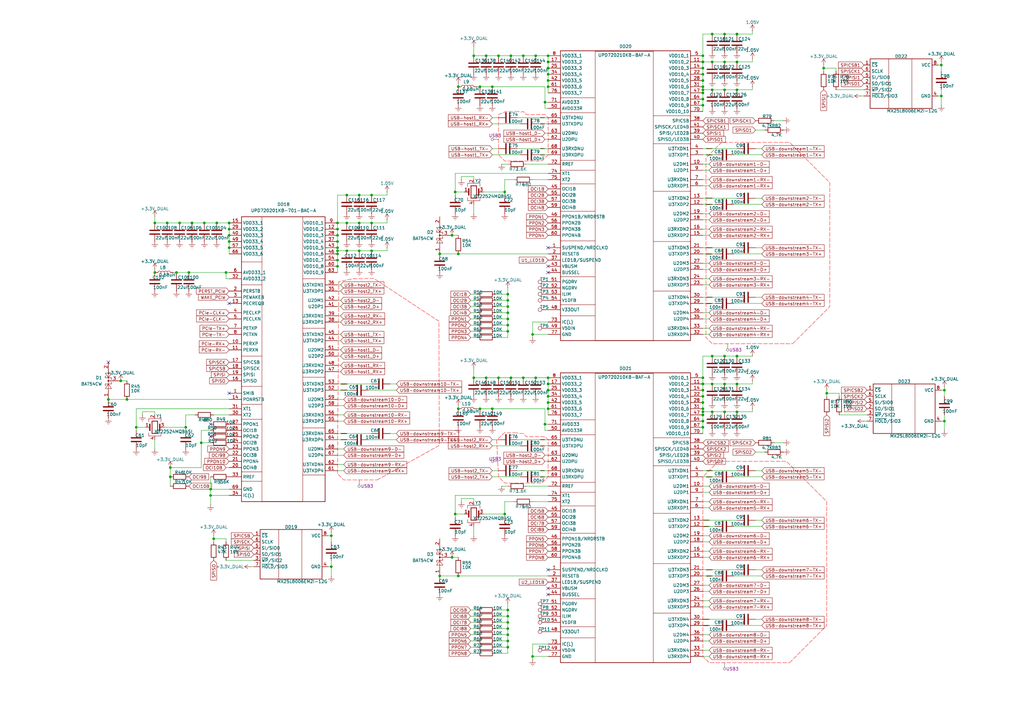
<source format=kicad_sch>
(kicad_sch (version 20250114) (generator "eeschema") (generator_version "9.0")
  (paper "A3")
  (junction (at 187.96 104.14))
  (junction (at 187.96 236.22))
  (junction (at 224.79 162.56))
  (junction (at 138.43 104.14))
  (junction (at 224.79 167.64))
  (junction (at 292.1 146.05))
  (junction (at 208.28 128.27))
  (junction (at 196.85 35.56))
  (junction (at 201.93 167.64))
  (junction (at 138.43 109.22))
  (junction (at 288.29 154.94))
  (junction (at 288.29 157.48))
  (junction (at 219.71 154.94))
  (junction (at 288.29 33.02))
  (junction (at 138.43 99.06))
  (junction (at 297.18 157.48))
  (junction (at 83.82 91.44))
  (junction (at 87.63 220.98))
  (junction (at 288.29 40.64))
  (junction (at 292.1 25.4))
  (junction (at 386.08 26.67))
  (junction (at 219.71 22.86))
  (junction (at 152.4 91.44))
  (junction (at 86.36 200.66))
  (junction (at 138.43 101.6))
  (junction (at 288.29 25.4))
  (junction (at 302.26 168.91))
  (junction (at 199.39 154.94))
  (junction (at 292.1 13.97))
  (junction (at 387.35 172.72))
  (junction (at 224.79 154.94))
  (junction (at 82.55 181.61))
  (junction (at 292.1 157.48))
  (junction (at 208.28 123.19))
  (junction (at 180.34 104.14))
  (junction (at 208.28 260.35))
  (junction (at 208.28 265.43))
  (junction (at 93.98 96.52))
  (junction (at 288.29 22.86))
  (junction (at 337.82 27.94))
  (junction (at 76.2 175.26))
  (junction (at 288.29 167.64))
  (junction (at 93.98 93.98))
  (junction (at 207.01 78.74))
  (junction (at 68.58 91.44))
  (junction (at 288.29 165.1))
  (junction (at 218.44 269.24))
  (junction (at 152.4 102.87))
  (junction (at 142.24 102.87))
  (junction (at 223.52 41.91))
  (junction (at 302.26 157.48))
  (junction (at 52.07 163.83))
  (junction (at 196.85 167.64))
  (junction (at 204.47 22.86))
  (junction (at 288.29 168.91))
  (junction (at 208.28 255.27))
  (junction (at 224.79 30.48))
  (junction (at 138.43 91.44))
  (junction (at 147.32 80.01))
  (junction (at 224.79 33.02))
  (junction (at 49.53 156.21))
  (junction (at 201.93 35.56))
  (junction (at 186.69 78.74))
  (junction (at 93.98 91.44))
  (junction (at 288.29 43.18))
  (junction (at 63.5 111.76))
  (junction (at 224.79 157.48))
  (junction (at 288.29 162.56))
  (junction (at 302.26 146.05))
  (junction (at 297.18 25.4))
  (junction (at 292.1 36.83))
  (junction (at 297.18 168.91))
  (junction (at 208.28 125.73))
  (junction (at 387.35 160.02))
  (junction (at 194.31 22.86))
  (junction (at 224.79 25.4))
  (junction (at 63.5 91.44))
  (junction (at 288.29 160.02))
  (junction (at 135.89 232.41))
  (junction (at 88.9 91.44))
  (junction (at 135.89 219.71))
  (junction (at 204.47 154.94))
  (junction (at 77.47 111.76))
  (junction (at 302.26 13.97))
  (junction (at 224.79 160.02))
  (junction (at 297.18 13.97))
  (junction (at 223.52 173.99))
  (junction (at 55.88 175.26))
  (junction (at 208.28 130.81))
  (junction (at 214.63 22.86))
  (junction (at 297.18 36.83))
  (junction (at 208.28 120.65))
  (junction (at 72.39 111.76))
  (junction (at 185.42 96.52))
  (junction (at 339.09 161.29))
  (junction (at 218.44 137.16))
  (junction (at 224.79 22.86))
  (junction (at 208.28 135.89))
  (junction (at 288.29 170.18))
  (junction (at 288.29 38.1))
  (junction (at 142.24 80.01))
  (junction (at 185.42 228.6))
  (junction (at 69.85 195.58))
  (junction (at 69.85 191.77))
  (junction (at 186.69 210.82))
  (junction (at 194.31 154.94))
  (junction (at 207.01 210.82))
  (junction (at 138.43 93.98))
  (junction (at 138.43 96.52))
  (junction (at 288.29 27.94))
  (junction (at 224.79 27.94))
  (junction (at 288.29 35.56))
  (junction (at 209.55 154.94))
  (junction (at 288.29 36.83))
  (junction (at 288.29 175.26))
  (junction (at 224.79 165.1))
  (junction (at 147.32 91.44))
  (junction (at 187.96 35.56))
  (junction (at 93.98 101.6))
  (junction (at 302.26 25.4))
  (junction (at 209.55 22.86))
  (junction (at 142.24 91.44))
  (junction (at 208.28 257.81))
  (junction (at 288.29 172.72))
  (junction (at 138.43 102.87))
  (junction (at 297.18 146.05))
  (junction (at 152.4 80.01))
  (junction (at 147.32 102.87))
  (junction (at 73.66 91.44))
  (junction (at 292.1 168.91))
  (junction (at 386.08 39.37))
  (junction (at 199.39 22.86))
  (junction (at 208.28 252.73))
  (junction (at 180.34 236.22))
  (junction (at 187.96 167.64))
  (junction (at 214.63 154.94))
  (junction (at 208.28 262.89))
  (junction (at 224.79 35.56))
  (junction (at 288.29 30.48))
  (junction (at 138.43 106.68))
  (junction (at 93.98 99.06))
  (junction (at 208.28 133.35))
  (junction (at 86.36 203.2))
  (junction (at 302.26 36.83))
  (junction (at 78.74 91.44))
  (junction (at 44.45 163.83))
  (junction (at 92.71 111.76))
  (junction (at 208.28 250.19))
  (no_connect (at 224.79 111.76))
  (no_connect (at 86.36 173.99))
  (no_connect (at 224.79 233.68))
  (no_connect (at 93.98 124.46))
  (no_connect (at 86.36 179.07))
  (no_connect (at 44.45 148.59))
  (no_connect (at 224.79 241.3))
  (no_connect (at 224.79 109.22))
  (no_connect (at 224.79 243.84))
  (no_connect (at 93.98 161.29))
  (no_connect (at 224.79 101.6))
  (wire (pts (xy 312.42 101.6) (xy 309.88 101.6)))
  (wire (pts (xy 138.43 177.8) (xy 152.4 177.8)))
  (wire (pts (xy 288.29 236.22) (xy 293.37 236.22)))
  (wire (pts (xy 288.29 254) (xy 302.26 254)))
  (wire (pts (xy 138.43 102.87) (xy 138.43 104.14)))
  (wire (pts (xy 193.04 125.73) (xy 195.58 125.73)))
  (wire (pts (xy 87.63 220.98) (xy 92.71 220.98)))
  (wire (pts (xy 93.98 167.64) (xy 55.88 167.64)))
  (wire (pts (xy 208.28 247.65) (xy 208.28 250.19)))
  (wire (pts (xy 288.29 256.54) (xy 293.37 256.54)))
  (wire (pts (xy 83.82 91.44) (xy 88.9 91.44)))
  (wire (pts (xy 82.55 191.77) (xy 82.55 181.61)))
  (wire (pts (xy 308.61 24.13) (xy 308.61 25.4)))
  (wire (pts (xy 220.98 50.8) (xy 224.79 50.8)))
  (wire (pts (xy 186.69 71.12) (xy 186.69 78.74)))
  (wire (pts (xy 201.93 63.5) (xy 213.36 63.5)))
  (wire (pts (xy 208.28 252.73) (xy 208.28 255.27)))
  (wire (pts (xy 189.23 72.39) (xy 194.31 72.39)))
  (wire (pts (xy 190.5 210.82) (xy 186.69 210.82)))
  (wire (pts (xy 195.58 120.65) (xy 193.04 120.65)))
  (wire (pts (xy 337.82 27.94) (xy 337.82 29.21)))
  (wire (pts (xy 290.83 228.6) (xy 288.29 228.6)))
  (wire (pts (xy 138.43 80.01) (xy 138.43 91.44)))
  (wire (pts (xy 207.01 73.66) (xy 210.82 73.66)))
  (wire (pts (xy 207.01 205.74) (xy 210.82 205.74)))
  (wire (pts (xy 290.83 248.92) (xy 288.29 248.92)))
  (wire (pts (xy 208.28 118.11) (xy 208.28 120.65)))
  (wire (pts (xy 140.97 170.18) (xy 138.43 170.18)))
  (wire (pts (xy 220.98 182.88) (xy 224.79 182.88)))
  (wire (pts (xy 292.1 157.48) (xy 297.18 157.48)))
  (wire (pts (xy 292.1 13.97) (xy 297.18 13.97)))
  (wire (pts (xy 186.69 210.82) (xy 186.69 212.09)))
  (wire (pts (xy 139.7 152.4) (xy 138.43 152.4)))
  (wire (pts (xy 224.79 157.48) (xy 224.79 160.02)))
  (wire (pts (xy 208.28 267.97) (xy 203.2 267.97)))
  (wire (pts (xy 193.04 262.89) (xy 195.58 262.89)))
  (wire (pts (xy 290.83 226.06) (xy 288.29 226.06)))
  (wire (pts (xy 138.43 157.48) (xy 152.4 157.48)))
  (wire (pts (xy 162.56 180.34) (xy 151.13 180.34)))
  (wire (pts (xy 288.29 67.31) (xy 290.83 67.31)))
  (wire (pts (xy 86.36 203.2) (xy 86.36 200.66)))
  (wire (pts (xy 223.52 167.64) (xy 223.52 173.99)))
  (wire (pts (xy 312.42 233.68) (xy 309.88 233.68)))
  (wire (pts (xy 67.31 175.26) (xy 76.2 175.26)))
  (wire (pts (xy 224.79 33.02) (xy 224.79 35.56)))
  (wire (pts (xy 138.43 91.44) (xy 138.43 93.98)))
  (wire (pts (xy 302.26 36.83) (xy 308.61 36.83)))
  (wire (pts (xy 201.93 50.8) (xy 213.36 50.8)))
  (wire (pts (xy 386.08 26.67) (xy 386.08 29.21)))
  (wire (pts (xy 218.44 264.16) (xy 218.44 269.24)))
  (wire (pts (xy 292.1 36.83) (xy 297.18 36.83)))
  (wire (pts (xy 288.29 124.46) (xy 293.37 124.46)))
  (wire (pts (xy 288.29 170.18) (xy 288.29 172.72)))
  (wire (pts (xy 290.83 114.3) (xy 288.29 114.3)))
  (wire (pts (xy 290.83 93.98) (xy 288.29 93.98)))
  (wire (pts (xy 337.82 27.94) (xy 342.9 27.94)))
  (wire (pts (xy 138.43 163.83) (xy 140.97 163.83)))
  (wire (pts (xy 86.36 200.66) (xy 93.98 200.66)))
  (wire (pts (xy 224.79 173.99) (xy 223.52 173.99)))
  (wire (pts (xy 185.42 228.6) (xy 187.96 228.6)))
  (wire (pts (xy 387.35 172.72) (xy 386.08 172.72)))
  (wire (pts (xy 93.98 111.76) (xy 92.71 111.76)))
  (wire (pts (xy 312.42 104.14) (xy 300.99 104.14)))
  (wire (pts (xy 203.2 120.65) (xy 208.28 120.65)))
  (wire (pts (xy 135.89 219.71) (xy 134.62 219.71)))
  (wire (pts (xy 387.35 170.18) (xy 387.35 172.72)))
  (wire (pts (xy 201.93 195.58) (xy 213.36 195.58)))
  (wire (pts (xy 309.88 53.34) (xy 313.69 53.34)))
  (wire (pts (xy 162.56 160.02) (xy 151.13 160.02)))
  (wire (pts (xy 208.28 138.43) (xy 203.2 138.43)))
  (wire (pts (xy 203.2 260.35) (xy 208.28 260.35)))
  (wire (pts (xy 312.42 121.92) (xy 309.88 121.92)))
  (wire (pts (xy 288.29 165.1) (xy 288.29 167.64)))
  (wire (pts (xy 201.93 193.04) (xy 204.47 193.04)))
  (wire (pts (xy 386.08 36.83) (xy 386.08 39.37)))
  (wire (pts (xy 63.5 91.44) (xy 68.58 91.44)))
  (wire (pts (xy 288.29 104.14) (xy 293.37 104.14)))
  (wire (pts (xy 288.29 128.27) (xy 290.83 128.27)))
  (wire (pts (xy 139.7 143.51) (xy 138.43 143.51)))
  (wire (pts (xy 223.52 44.45) (xy 224.79 44.45)))
  (wire (pts (xy 152.4 80.01) (xy 158.75 80.01)))
  (wire (pts (xy 288.29 219.71) (xy 290.83 219.71)))
  (wire (pts (xy 290.83 208.28) (xy 288.29 208.28)))
  (wire (pts (xy 312.42 193.04) (xy 309.88 193.04)))
  (wire (pts (xy 224.79 30.48) (xy 224.79 33.02)))
  (wire (pts (xy 55.88 167.64) (xy 55.88 175.26)))
  (wire (pts (xy 195.58 250.19) (xy 193.04 250.19)))
  (wire (pts (xy 152.4 102.87) (xy 158.75 102.87)))
  (wire (pts (xy 203.2 128.27) (xy 208.28 128.27)))
  (wire (pts (xy 218.44 205.74) (xy 224.79 205.74)))
  (wire (pts (xy 152.4 91.44) (xy 158.75 91.44)))
  (wire (pts (xy 201.93 182.88) (xy 213.36 182.88)))
  (wire (pts (xy 288.29 107.95) (xy 290.83 107.95)))
  (wire (pts (xy 288.29 30.48) (xy 288.29 33.02)))
  (wire (pts (xy 290.83 116.84) (xy 288.29 116.84)))
  (wire (pts (xy 290.83 266.7) (xy 288.29 266.7)))
  (wire (pts (xy 139.7 139.7) (xy 138.43 139.7)))
  (wire (pts (xy 224.79 154.94) (xy 224.79 157.48)))
  (wire (pts (xy 219.71 22.86) (xy 224.79 22.86)))
  (wire (pts (xy 214.63 154.94) (xy 219.71 154.94)))
  (wire (pts (xy 189.23 72.39) (xy 189.23 73.66)))
  (wire (pts (xy 138.43 101.6) (xy 138.43 102.87)))
  (wire (pts (xy 208.28 125.73) (xy 208.28 128.27)))
  (wire (pts (xy 208.28 128.27) (xy 208.28 130.81)))
  (wire (pts (xy 288.29 168.91) (xy 288.29 170.18)))
  (wire (pts (xy 288.29 157.48) (xy 288.29 160.02)))
  (wire (pts (xy 208.28 120.65) (xy 208.28 123.19)))
  (wire (pts (xy 302.26 13.97) (xy 308.61 13.97)))
  (wire (pts (xy 339.09 161.29) (xy 339.09 162.56)))
  (wire (pts (xy 135.89 232.41) (xy 135.89 236.22)))
  (wire (pts (xy 297.18 13.97) (xy 302.26 13.97)))
  (wire (pts (xy 386.08 39.37) (xy 384.81 39.37)))
  (wire (pts (xy 288.29 13.97) (xy 288.29 22.86)))
  (wire (pts (xy 76.2 170.18) (xy 76.2 175.26)))
  (wire (pts (xy 288.29 168.91) (xy 292.1 168.91)))
  (wire (pts (xy 288.29 262.89) (xy 290.83 262.89)))
  (wire (pts (xy 288.29 121.92) (xy 302.26 121.92)))
  (wire (pts (xy 288.29 260.35) (xy 290.83 260.35)))
  (wire (pts (xy 194.31 154.94) (xy 199.39 154.94)))
  (wire (pts (xy 82.55 181.61) (xy 82.55 176.53)))
  (wire (pts (xy 308.61 12.7) (xy 308.61 13.97)))
  (wire (pts (xy 309.88 185.42) (xy 313.69 185.42)))
  (wire (pts (xy 224.79 165.1) (xy 224.79 167.64)))
  (wire (pts (xy 290.83 96.52) (xy 288.29 96.52)))
  (wire (pts (xy 312.42 213.36) (xy 309.88 213.36)))
  (wire (pts (xy 321.31 181.61) (xy 317.5 181.61)))
  (wire (pts (xy 193.04 138.43) (xy 195.58 138.43)))
  (wire (pts (xy 288.29 60.96) (xy 302.26 60.96)))
  (wire (pts (xy 138.43 104.14) (xy 138.43 106.68)))
  (wire (pts (xy 135.89 219.71) (xy 135.89 222.25)))
  (wire (pts (xy 288.29 81.28) (xy 302.26 81.28)))
  (wire (pts (xy 93.98 99.06) (xy 93.98 101.6)))
  (wire (pts (xy 308.61 167.64) (xy 308.61 168.91)))
  (wire (pts (xy 288.29 13.97) (xy 292.1 13.97)))
  (wire (pts (xy 71.12 111.76) (xy 72.39 111.76)))
  (wire (pts (xy 290.83 76.2) (xy 288.29 76.2)))
  (wire (pts (xy 194.31 72.39) (xy 194.31 73.66)))
  (wire (pts (xy 92.71 114.3) (xy 93.98 114.3)))
  (wire (pts (xy 205.74 199.39) (xy 208.28 199.39)))
  (wire (pts (xy 297.18 157.48) (xy 302.26 157.48)))
  (wire (pts (xy 194.31 87.63) (xy 194.31 83.82)))
  (wire (pts (xy 223.52 176.53) (xy 224.79 176.53)))
  (wire (pts (xy 288.29 36.83) (xy 292.1 36.83)))
  (wire (pts (xy 194.31 219.71) (xy 194.31 215.9)))
  (wire (pts (xy 224.79 162.56) (xy 224.79 165.1)))
  (wire (pts (xy 72.39 111.76) (xy 77.47 111.76)))
  (wire (pts (xy 201.93 60.96) (xy 204.47 60.96)))
  (wire (pts (xy 344.17 162.56) (xy 344.17 161.29)))
  (wire (pts (xy 215.9 199.39) (xy 224.79 199.39)))
  (wire (pts (xy 199.39 154.94) (xy 204.47 154.94)))
  (wire (pts (xy 288.29 40.64) (xy 288.29 43.18)))
  (wire (pts (xy 92.71 191.77) (xy 93.98 191.77)))
  (wire (pts (xy 224.79 160.02) (xy 224.79 162.56)))
  (wire (pts (xy 86.36 203.2) (xy 93.98 203.2)))
  (wire (pts (xy 63.5 110.49) (xy 63.5 111.76)))
  (wire (pts (xy 199.39 22.86) (xy 204.47 22.86)))
  (wire (pts (xy 208.28 257.81) (xy 208.28 260.35)))
  (wire (pts (xy 290.83 73.66) (xy 288.29 73.66)))
  (wire (pts (xy 142.24 91.44) (xy 147.32 91.44)))
  (wire (pts (xy 93.98 91.44) (xy 93.98 93.98)))
  (wire (pts (xy 203.2 133.35) (xy 208.28 133.35)))
  (wire (pts (xy 140.97 190.5) (xy 138.43 190.5)))
  (wire (pts (xy 337.82 26.67) (xy 337.82 27.94)))
  (wire (pts (xy 288.29 157.48) (xy 292.1 157.48)))
  (wire (pts (xy 288.29 199.39) (xy 290.83 199.39)))
  (wire (pts (xy 189.23 204.47) (xy 194.31 204.47)))
  (wire (pts (xy 288.29 110.49) (xy 290.83 110.49)))
  (wire (pts (xy 76.2 170.18) (xy 80.01 170.18)))
  (wire (pts (xy 69.85 195.58) (xy 69.85 199.39)))
  (wire (pts (xy 224.79 132.08) (xy 218.44 132.08)))
  (wire (pts (xy 312.42 195.58) (xy 300.99 195.58)))
  (wire (pts (xy 224.79 35.56) (xy 224.79 38.1)))
  (wire (pts (xy 187.96 104.14) (xy 224.79 104.14)))
  (wire (pts (xy 142.24 102.87) (xy 147.32 102.87)))
  (wire (pts (xy 208.28 123.19) (xy 208.28 125.73)))
  (wire (pts (xy 223.52 186.69) (xy 224.79 186.69)))
  (wire (pts (xy 68.58 91.44) (xy 73.66 91.44)))
  (wire (pts (xy 158.75 78.74) (xy 158.75 80.01)))
  (wire (pts (xy 386.08 25.4) (xy 386.08 26.67)))
  (wire (pts (xy 204.47 154.94) (xy 209.55 154.94)))
  (wire (pts (xy 139.7 129.54) (xy 138.43 129.54)))
  (wire (pts (xy 220.98 195.58) (xy 224.79 195.58)))
  (wire (pts (xy 308.61 35.56) (xy 308.61 36.83)))
  (wire (pts (xy 288.29 22.86) (xy 288.29 25.4)))
  (wire (pts (xy 196.85 35.56) (xy 201.93 35.56)))
  (wire (pts (xy 218.44 269.24) (xy 218.44 270.51)))
  (wire (pts (xy 204.47 22.86) (xy 209.55 22.86)))
  (wire (pts (xy 208.28 130.81) (xy 208.28 133.35)))
  (wire (pts (xy 214.63 22.86) (xy 219.71 22.86)))
  (wire (pts (xy 92.71 229.87) (xy 104.14 229.87)))
  (wire (pts (xy 288.29 233.68) (xy 302.26 233.68)))
  (wire (pts (xy 219.71 154.94) (xy 224.79 154.94)))
  (wire (pts (xy 208.28 260.35) (xy 208.28 262.89)))
  (wire (pts (xy 342.9 29.21) (xy 342.9 27.94)))
  (wire (pts (xy 158.75 90.17) (xy 158.75 91.44)))
  (wire (pts (xy 220.98 63.5) (xy 224.79 63.5)))
  (wire (pts (xy 208.28 250.19) (xy 208.28 252.73)))
  (wire (pts (xy 218.44 269.24) (xy 224.79 269.24)))
  (wire (pts (xy 288.29 193.04) (xy 302.26 193.04)))
  (wire (pts (xy 292.1 168.91) (xy 297.18 168.91)))
  (wire (pts (xy 290.83 269.24) (xy 288.29 269.24)))
  (wire (pts (xy 203.2 135.89) (xy 208.28 135.89)))
  (wire (pts (xy 198.12 78.74) (xy 207.01 78.74)))
  (wire (pts (xy 288.29 215.9) (xy 293.37 215.9)))
  (wire (pts (xy 288.29 167.64) (xy 288.29 168.91)))
  (wire (pts (xy 288.29 240.03) (xy 290.83 240.03)))
  (wire (pts (xy 193.04 265.43) (xy 195.58 265.43)))
  (wire (pts (xy 288.29 38.1) (xy 288.29 40.64)))
  (wire (pts (xy 224.79 71.12) (xy 186.69 71.12)))
  (wire (pts (xy 201.93 167.64) (xy 223.52 167.64)))
  (wire (pts (xy 288.29 160.02) (xy 288.29 162.56)))
  (wire (pts (xy 288.29 154.94) (xy 288.29 157.48)))
  (wire (pts (xy 193.04 130.81) (xy 195.58 130.81)))
  (wire (pts (xy 312.42 124.46) (xy 300.99 124.46)))
  (wire (pts (xy 288.29 35.56) (xy 288.29 36.83)))
  (wire (pts (xy 73.66 91.44) (xy 78.74 91.44)))
  (wire (pts (xy 207.01 78.74) (xy 207.01 80.01)))
  (wire (pts (xy 288.29 195.58) (xy 293.37 195.58)))
  (wire (pts (xy 288.29 242.57) (xy 290.83 242.57)))
  (wire (pts (xy 292.1 146.05) (xy 297.18 146.05)))
  (wire (pts (xy 82.55 181.61) (xy 86.36 181.61)))
  (wire (pts (xy 288.29 101.6) (xy 302.26 101.6)))
  (wire (pts (xy 201.93 48.26) (xy 204.47 48.26)))
  (wire (pts (xy 138.43 186.69) (xy 140.97 186.69)))
  (wire (pts (xy 218.44 137.16) (xy 218.44 138.43)))
  (wire (pts (xy 290.83 205.74) (xy 288.29 205.74)))
  (wire (pts (xy 321.31 49.53) (xy 317.5 49.53)))
  (wire (pts (xy 139.7 149.86) (xy 138.43 149.86)))
  (wire (pts (xy 203.2 262.89) (xy 208.28 262.89)))
  (wire (pts (xy 158.75 101.6) (xy 158.75 102.87)))
  (wire (pts (xy 292.1 25.4) (xy 297.18 25.4)))
  (wire (pts (xy 212.09 48.26) (xy 224.79 48.26)))
  (wire (pts (xy 203.2 125.73) (xy 208.28 125.73)))
  (wire (pts (xy 339.09 160.02) (xy 339.09 161.29)))
  (wire (pts (xy 203.2 257.81) (xy 208.28 257.81)))
  (wire (pts (xy 290.83 246.38) (xy 288.29 246.38)))
  (wire (pts (xy 288.29 146.05) (xy 288.29 154.94)))
  (wire (pts (xy 223.52 173.99) (xy 223.52 176.53)))
  (wire (pts (xy 207.01 210.82) (xy 207.01 212.09)))
  (wire (pts (xy 138.43 166.37) (xy 140.97 166.37)))
  (wire (pts (xy 288.29 63.5) (xy 293.37 63.5)))
  (wire (pts (xy 92.71 111.76) (xy 92.71 114.3)))
  (wire (pts (xy 290.83 134.62) (xy 288.29 134.62)))
  (wire (pts (xy 288.29 43.18) (xy 288.29 45.72)))
  (wire (pts (xy 290.83 137.16) (xy 288.29 137.16)))
  (wire (pts (xy 312.42 63.5) (xy 300.99 63.5)))
  (wire (pts (xy 198.12 210.82) (xy 207.01 210.82)))
  (wire (pts (xy 63.5 168.91) (xy 63.5 170.18)))
  (wire (pts (xy 138.43 109.22) (xy 138.43 111.76)))
  (wire (pts (xy 86.36 200.66) (xy 86.36 195.58)))
  (wire (pts (xy 187.96 236.22) (xy 224.79 236.22)))
  (wire (pts (xy 187.96 34.29) (xy 187.96 35.56)))
  (wire (pts (xy 87.63 170.18) (xy 93.98 170.18)))
  (wire (pts (xy 205.74 67.31) (xy 208.28 67.31)))
  (wire (pts (xy 58.42 168.91) (xy 63.5 168.91)))
  (wire (pts (xy 288.29 33.02) (xy 288.29 35.56)))
  (wire (pts (xy 193.04 135.89) (xy 195.58 135.89)))
  (wire (pts (xy 297.18 146.05) (xy 302.26 146.05)))
  (wire (pts (xy 87.63 219.71) (xy 87.63 220.98)))
  (wire (pts (xy 312.42 83.82) (xy 300.99 83.82)))
  (wire (pts (xy 224.79 25.4) (xy 224.79 27.94)))
  (wire (pts (xy 297.18 25.4) (xy 302.26 25.4)))
  (wire (pts (xy 138.43 91.44) (xy 142.24 91.44)))
  (wire (pts (xy 189.23 204.47) (xy 189.23 205.74)))
  (wire (pts (xy 344.17 170.18) (xy 355.6 170.18)))
  (wire (pts (xy 93.98 93.98) (xy 93.98 96.52)))
  (wire (pts (xy 195.58 35.56) (xy 196.85 35.56)))
  (wire (pts (xy 76.2 175.26) (xy 76.2 176.53)))
  (wire (pts (xy 162.56 157.48) (xy 160.02 157.48)))
  (wire (pts (xy 312.42 256.54) (xy 300.99 256.54)))
  (wire (pts (xy 102.87 232.41) (xy 104.14 232.41)))
  (wire (pts (xy 353.06 39.37) (xy 354.33 39.37)))
  (wire (pts (xy 139.7 116.84) (xy 138.43 116.84)))
  (wire (pts (xy 224.79 27.94) (xy 224.79 30.48)))
  (wire (pts (xy 139.7 119.38) (xy 138.43 119.38)))
  (wire (pts (xy 387.35 160.02) (xy 386.08 160.02)))
  (wire (pts (xy 193.04 128.27) (xy 195.58 128.27)))
  (wire (pts (xy 302.26 146.05) (xy 308.61 146.05)))
  (wire (pts (xy 194.31 19.05) (xy 194.31 22.86)))
  (wire (pts (xy 87.63 220.98) (xy 87.63 222.25)))
  (wire (pts (xy 138.43 93.98) (xy 138.43 96.52)))
  (wire (pts (xy 288.29 130.81) (xy 290.83 130.81)))
  (wire (pts (xy 224.79 41.91) (xy 223.52 41.91)))
  (wire (pts (xy 223.52 54.61) (xy 224.79 54.61)))
  (wire (pts (xy 288.29 175.26) (xy 288.29 177.8)))
  (wire (pts (xy 288.29 27.94) (xy 288.29 30.48)))
  (wire (pts (xy 193.04 267.97) (xy 195.58 267.97)))
  (wire (pts (xy 208.28 255.27) (xy 208.28 257.81)))
  (wire (pts (xy 288.29 25.4) (xy 292.1 25.4)))
  (wire (pts (xy 312.42 81.28) (xy 309.88 81.28)))
  (wire (pts (xy 208.28 133.35) (xy 208.28 135.89)))
  (wire (pts (xy 224.79 264.16) (xy 218.44 264.16)))
  (wire (pts (xy 147.32 102.87) (xy 152.4 102.87)))
  (wire (pts (xy 139.7 132.08) (xy 138.43 132.08)))
  (wire (pts (xy 93.98 96.52) (xy 93.98 99.06)))
  (wire (pts (xy 212.09 180.34) (xy 224.79 180.34)))
  (wire (pts (xy 212.09 193.04) (xy 224.79 193.04)))
  (wire (pts (xy 224.79 203.2) (xy 186.69 203.2)))
  (wire (pts (xy 162.56 177.8) (xy 160.02 177.8)))
  (wire (pts (xy 215.9 67.31) (xy 224.79 67.31)))
  (wire (pts (xy 58.42 168.91) (xy 58.42 170.18)))
  (wire (pts (xy 212.09 60.96) (xy 224.79 60.96)))
  (wire (pts (xy 147.32 80.01) (xy 152.4 80.01)))
  (wire (pts (xy 142.24 80.01) (xy 147.32 80.01)))
  (wire (pts (xy 288.29 25.4) (xy 288.29 27.94)))
  (wire (pts (xy 203.2 250.19) (xy 208.28 250.19)))
  (wire (pts (xy 138.43 80.01) (xy 142.24 80.01)))
  (wire (pts (xy 224.79 22.86) (xy 224.79 25.4)))
  (wire (pts (xy 312.42 254) (xy 309.88 254)))
  (wire (pts (xy 223.52 189.23) (xy 224.79 189.23)))
  (wire (pts (xy 138.43 106.68) (xy 138.43 109.22)))
  (wire (pts (xy 288.29 87.63) (xy 290.83 87.63)))
  (wire (pts (xy 180.34 236.22) (xy 187.96 236.22)))
  (wire (pts (xy 312.42 236.22) (xy 300.99 236.22)))
  (wire (pts (xy 312.42 60.96) (xy 309.88 60.96)))
  (wire (pts (xy 288.29 172.72) (xy 288.29 175.26)))
  (wire (pts (xy 63.5 88.9) (xy 63.5 91.44)))
  (wire (pts (xy 82.55 176.53) (xy 86.36 176.53)))
  (wire (pts (xy 147.32 91.44) (xy 152.4 91.44)))
  (wire (pts (xy 208.28 265.43) (xy 208.28 267.97)))
  (wire (pts (xy 203.2 252.73) (xy 208.28 252.73)))
  (wire (pts (xy 209.55 22.86) (xy 214.63 22.86)))
  (wire (pts (xy 59.69 175.26) (xy 55.88 175.26)))
  (wire (pts (xy 63.5 184.15) (xy 63.5 180.34)))
  (wire (pts (xy 312.42 215.9) (xy 300.99 215.9)))
  (wire (pts (xy 138.43 96.52) (xy 138.43 99.06)))
  (wire (pts (xy 193.04 255.27) (xy 195.58 255.27)))
  (wire (pts (xy 302.26 157.48) (xy 308.61 157.48)))
  (wire (pts (xy 387.35 158.75) (xy 387.35 160.02)))
  (wire (pts (xy 49.53 156.21) (xy 52.07 156.21)))
  (wire (pts (xy 218.44 137.16) (xy 224.79 137.16)))
  (wire (pts (xy 77.47 111.76) (xy 92.71 111.76)))
  (wire (pts (xy 339.09 161.29) (xy 344.17 161.29)))
  (wire (pts (xy 193.04 257.81) (xy 195.58 257.81)))
  (wire (pts (xy 194.31 204.47) (xy 194.31 205.74)))
  (wire (pts (xy 342.9 36.83) (xy 354.33 36.83)))
  (wire (pts (xy 52.07 163.83) (xy 93.98 163.83)))
  (wire (pts (xy 387.35 160.02) (xy 387.35 162.56)))
  (wire (pts (xy 218.44 73.66) (xy 224.79 73.66)))
  (wire (pts (xy 88.9 91.44) (xy 93.98 91.44)))
  (wire (pts (xy 386.08 26.67) (xy 384.81 26.67)))
  (wire (pts (xy 223.52 35.56) (xy 223.52 41.91)))
  (wire (pts (xy 207.01 73.66) (xy 207.01 78.74)))
  (wire (pts (xy 93.98 101.6) (xy 93.98 104.14)))
  (wire (pts (xy 288.29 90.17) (xy 290.83 90.17)))
  (wire (pts (xy 223.52 57.15) (xy 224.79 57.15)))
  (wire (pts (xy 193.04 252.73) (xy 195.58 252.73)))
  (wire (pts (xy 138.43 160.02) (xy 143.51 160.02)))
  (wire (pts (xy 78.74 91.44) (xy 83.82 91.44)))
  (wire (pts (xy 135.89 229.87) (xy 135.89 232.41)))
  (wire (pts (xy 193.04 123.19) (xy 195.58 123.19)))
  (wire (pts (xy 386.08 39.37) (xy 386.08 43.18)))
  (wire (pts (xy 140.97 172.72) (xy 138.43 172.72)))
  (wire (pts (xy 139.7 146.05) (xy 138.43 146.05)))
  (wire (pts (xy 138.43 180.34) (xy 143.51 180.34)))
  (wire (pts (xy 208.28 135.89) (xy 208.28 138.43)))
  (wire (pts (xy 187.96 166.37) (xy 187.96 167.64)))
  (wire (pts (xy 203.2 123.19) (xy 208.28 123.19)))
  (wire (pts (xy 44.45 163.83) (xy 52.07 163.83)))
  (wire (pts (xy 139.7 123.19) (xy 138.43 123.19)))
  (wire (pts (xy 203.2 255.27) (xy 208.28 255.27)))
  (wire (pts (xy 139.7 125.73) (xy 138.43 125.73)))
  (wire (pts (xy 201.93 180.34) (xy 204.47 180.34)))
  (wire (pts (xy 288.29 146.05) (xy 292.1 146.05)))
  (wire (pts (xy 186.69 78.74) (xy 186.69 80.01)))
  (wire (pts (xy 288.29 69.85) (xy 290.83 69.85)))
  (wire (pts (xy 86.36 207.01) (xy 86.36 203.2)))
  (wire (pts (xy 69.85 191.77) (xy 69.85 195.58)))
  (wire (pts (xy 190.5 78.74) (xy 186.69 78.74)))
  (wire (pts (xy 186.69 203.2) (xy 186.69 210.82)))
  (wire (pts (xy 288.29 222.25) (xy 290.83 222.25)))
  (wire (pts (xy 195.58 167.64) (xy 196.85 167.64)))
  (wire (pts (xy 387.35 172.72) (xy 387.35 176.53)))
  (wire (pts (xy 55.88 175.26) (xy 55.88 176.53)))
  (wire (pts (xy 288.29 213.36) (xy 302.26 213.36)))
  (wire (pts (xy 207.01 205.74) (xy 207.01 210.82)))
  (wire (pts (xy 354.33 172.72) (xy 355.6 172.72)))
  (wire (pts (xy 185.42 96.52) (xy 187.96 96.52)))
  (wire (pts (xy 139.7 137.16) (xy 138.43 137.16)))
  (wire (pts (xy 193.04 133.35) (xy 195.58 133.35)))
  (wire (pts (xy 180.34 104.14) (xy 187.96 104.14)))
  (wire (pts (xy 138.43 102.87) (xy 142.24 102.87)))
  (wire (pts (xy 196.85 167.64) (xy 201.93 167.64)))
  (wire (pts (xy 92.71 222.25) (xy 92.71 220.98)))
  (wire (pts (xy 223.52 41.91) (xy 223.52 44.45)))
  (wire (pts (xy 288.29 201.93) (xy 290.83 201.93)))
  (wire (pts (xy 308.61 156.21) (xy 308.61 157.48)))
  (wire (pts (xy 203.2 265.43) (xy 208.28 265.43)))
  (wire (pts (xy 302.26 25.4) (xy 308.61 25.4)))
  (wire (pts (xy 201.93 35.56) (xy 223.52 35.56)))
  (wire (pts (xy 138.43 99.06) (xy 138.43 101.6)))
  (wire (pts (xy 288.29 83.82) (xy 293.37 83.82)))
  (wire (pts (xy 135.89 218.44) (xy 135.89 219.71)))
  (wire (pts (xy 203.2 130.81) (xy 208.28 130.81)))
  (wire (pts (xy 209.55 154.94) (xy 214.63 154.94)))
  (wire (pts (xy 69.85 191.77) (xy 82.55 191.77)))
  (wire (pts (xy 193.04 260.35) (xy 195.58 260.35)))
  (wire (pts (xy 288.29 162.56) (xy 288.29 165.1)))
  (wire (pts (xy 302.26 168.91) (xy 308.61 168.91)))
  (wire (pts (xy 288.29 36.83) (xy 288.29 38.1)))
  (wire (pts (xy 194.31 151.13) (xy 194.31 154.94)))
  (wire (pts (xy 218.44 132.08) (xy 218.44 137.16)))
  (wire (pts (xy 138.43 184.15) (xy 140.97 184.15)))
  (wire (pts (xy 194.31 22.86) (xy 199.39 22.86)))
  (wire (pts (xy 135.89 232.41) (xy 134.62 232.41)))
  (wire (pts (xy 208.28 262.89) (xy 208.28 265.43)))
  (wire (pts (xy 297.18 168.91) (xy 302.26 168.91)))
  (wire (pts (xy 224.79 167.64) (xy 224.79 170.18)))
  (wire (pts (xy 297.18 36.83) (xy 302.26 36.83)))
  (wire (pts (xy 140.97 193.04) (xy 138.43 193.04)))
  (global_label "SPICSB1" (shape input) (at 354.33 26.67 180) (property "Intersheetrefs" "${INTERSHEET_REFS}" (effects (hide yes))))
  (global_label "USB-host1_TX-" (shape input) (at 201.93 60.96 180) (property "Intersheetrefs" "${INTERSHEET_REFS}" (effects (hide yes))))
  (global_label "OCI2B" (shape input) (at 193.04 123.19 180) (property "Intersheetrefs" "${INTERSHEET_REFS}" (effects (hide yes))))
  (global_label "SPISI" (shape input) (at 104.14 224.79 180) (property "Intersheetrefs" "${INTERSHEET_REFS}" (effects (hide yes))))
  (global_label "USB-host2_D-" (shape input) (at 139.7 123.19 0) (property "Intersheetrefs" "${INTERSHEET_REFS}" (effects (hide yes))))
  (global_label "OCI5B" (shape input) (at 193.04 250.19 180) (property "Intersheetrefs" "${INTERSHEET_REFS}" (effects (hide yes))))
  (global_label "_USB-host1_TX-" (shape input) (at 223.52 60.96 180) (effects (font (size 0.127 0.127))) (property "Intersheetrefs" "${INTERSHEET_REFS}" (effects (hide yes))))
  (global_label "SPISI1" (shape input) (at 354.33 31.75 180) (property "Intersheetrefs" "${INTERSHEET_REFS}" (effects (hide yes))))
  (global_label "USB-downstream3-RX-" (shape input) (at 290.83 114.3 0) (property "Intersheetrefs" "${INTERSHEET_REFS}" (effects (hide yes))))
  (global_label "USB-downstream7-TX-" (shape input) (at 312.42 233.68 0) (property "Intersheetrefs" "${INTERSHEET_REFS}" (effects (hide yes))))
  (global_label "SPISO" (shape input) (at 87.63 229.87 270) (property "Intersheetrefs" "${INTERSHEET_REFS}" (effects (hide yes))))
  (global_label "USB-downstream2-TX-" (shape input) (at 312.42 81.28 0) (property "Intersheetrefs" "${INTERSHEET_REFS}" (effects (hide yes))))
  (global_label "PPON7" (shape input) (at 224.79 226.06 180) (property "Intersheetrefs" "${INTERSHEET_REFS}" (effects (hide yes))))
  (global_label "PCIe-CLK+" (shape input) (at 93.98 128.27 180) (property "Intersheetrefs" "${INTERSHEET_REFS}" (effects (hide yes))))
  (global_label "PPON5" (shape input) (at 224.79 220.98 180) (property "Intersheetrefs" "${INTERSHEET_REFS}" (effects (hide yes))))
  (global_label "USB-downstream5-D-" (shape input) (at 290.83 199.39 0) (property "Intersheetrefs" "${INTERSHEET_REFS}" (effects (hide yes))))
  (global_label "USB-host1_RX+" (shape input) (at 139.7 152.4 0) (property "Intersheetrefs" "${INTERSHEET_REFS}" (effects (hide yes))))
  (global_label "SPISCK2" (shape input) (at 355.6 162.56 180) (property "Intersheetrefs" "${INTERSHEET_REFS}" (effects (hide yes))))
  (global_label "USB-host2_RX-" (shape input) (at 139.7 129.54 0) (property "Intersheetrefs" "${INTERSHEET_REFS}" (effects (hide yes))))
  (global_label "OCI4B" (shape input) (at 193.04 128.27 180) (property "Intersheetrefs" "${INTERSHEET_REFS}" (effects (hide yes))))
  (global_label "PPON1" (shape input) (at 224.79 88.9 180) (property "Intersheetrefs" "${INTERSHEET_REFS}" (effects (hide yes))))
  (global_label "_USB-downstream6-TX-" (shape input) (at 288.29 213.36 0) (effects (font (size 0.127 0.127))) (property "Intersheetrefs" "${INTERSHEET_REFS}" (effects (hide yes))))
  (global_label "_USB-host1_TX+" (shape input) (at 223.52 63.5 180) (effects (font (size 0.127 0.127))) (property "Intersheetrefs" "${INTERSHEET_REFS}" (effects (hide yes))))
  (global_label "OCI1B" (shape input) (at 224.79 77.47 180) (property "Intersheetrefs" "${INTERSHEET_REFS}" (effects (hide yes))))
  (global_label "OCI6B" (shape input) (at 193.04 252.73 180) (property "Intersheetrefs" "${INTERSHEET_REFS}" (effects (hide yes))))
  (global_label "USB-downstream4-TX-" (shape input) (at 312.42 121.92 0) (property "Intersheetrefs" "${INTERSHEET_REFS}" (effects (hide yes))))
  (global_label "OCI10B" (shape input) (at 92.71 191.77 180) (property "Intersheetrefs" "${INTERSHEET_REFS}" (effects (hide yes))))
  (global_label "USB-downstream8-D+" (shape input) (at 290.83 262.89 0) (property "Intersheetrefs" "${INTERSHEET_REFS}" (effects (hide yes))))
  (global_label "SPISCK" (shape input) (at 93.98 148.59 180) (property "Intersheetrefs" "${INTERSHEET_REFS}" (effects (hide yes))))
  (global_label "_USB-downstream2-TX-" (shape input) (at 289.56 81.28 0) (effects (font (size 0.127 0.127))) (property "Intersheetrefs" "${INTERSHEET_REFS}" (effects (hide yes))))
  (global_label "SPICSB1" (shape input) (at 288.29 49.53 0) (property "Intersheetrefs" "${INTERSHEET_REFS}" (effects (hide yes))))
  (global_label "USB-downstream2-TX+" (shape input) (at 312.42 83.82 0) (property "Intersheetrefs" "${INTERSHEET_REFS}" (effects (hide yes))))
  (global_label "_USB-downstream4-TX-" (shape input) (at 289.56 121.92 0) (effects (font (size 0.127 0.127))) (property "Intersheetrefs" "${INTERSHEET_REFS}" (effects (hide yes))))
  (global_label "USB-downstream6-D+" (shape input) (at 290.83 222.25 0) (property "Intersheetrefs" "${INTERSHEET_REFS}" (effects (hide yes))))
  (global_label "USB-downstream3-TX-" (shape input) (at 312.42 101.6 0) (property "Intersheetrefs" "${INTERSHEET_REFS}" (effects (hide yes))))
  (global_label "USB-downstream9-D+" (shape input) (at 140.97 186.69 0) (property "Intersheetrefs" "${INTERSHEET_REFS}" (effects (hide yes))))
  (global_label "USB-downstream6-D-" (shape input) (at 290.83 219.71 0) (property "Intersheetrefs" "${INTERSHEET_REFS}" (effects (hide yes))))
  (global_label "OCI8B" (shape input) (at 193.04 257.81 180) (property "Intersheetrefs" "${INTERSHEET_REFS}" (effects (hide yes))))
  (global_label "_USB-downstream8-TX+" (shape input) (at 288.29 256.54 0) (effects (font (size 0.127 0.127))) (property "Intersheetrefs" "${INTERSHEET_REFS}" (effects (hide yes))))
  (global_label "USB-downstream9-RX-" (shape input) (at 140.97 190.5 0) (property "Intersheetrefs" "${INTERSHEET_REFS}" (effects (hide yes))))
  (global_label "USB-host2_TX+" (shape input) (at 201.93 195.58 180) (property "Intersheetrefs" "${INTERSHEET_REFS}" (effects (hide yes))))
  (global_label "USB-downstream8-RX-" (shape input) (at 290.83 266.7 0) (property "Intersheetrefs" "${INTERSHEET_REFS}" (effects (hide yes))))
  (global_label "USB-host2_TX-" (shape input) (at 139.7 116.84 0) (property "Intersheetrefs" "${INTERSHEET_REFS}" (effects (hide yes))))
  (global_label "_USB-host2_RX+" (shape input) (at 223.52 182.88 180) (effects (font (size 0.127 0.127))) (property "Intersheetrefs" "${INTERSHEET_REFS}" (effects (hide yes))))
  (global_label "USB-downstream7-D-" (shape input) (at 290.83 240.03 0) (property "Intersheetrefs" "${INTERSHEET_REFS}" (effects (hide yes))))
  (global_label "USB-downstream10-TX-" (shape input) (at 162.56 157.48 0) (property "Intersheetrefs" "${INTERSHEET_REFS}" (effects (hide yes))))
  (global_label "USB-downstream2-RX-" (shape input) (at 290.83 93.98 0) (property "Intersheetrefs" "${INTERSHEET_REFS}" (effects (hide yes))))
  (global_label "PCIe-RX-" (shape input) (at 93.98 143.51 180) (property "Intersheetrefs" "${INTERSHEET_REFS}" (effects (hide yes))))
  (global_label "USB-downstream1-D+" (shape input) (at 290.83 69.85 0) (property "Intersheetrefs" "${INTERSHEET_REFS}" (effects (hide yes))))
  (global_label "PPON6" (shape input) (at 193.04 262.89 180) (property "Intersheetrefs" "${INTERSHEET_REFS}" (effects (hide yes))))
  (global_label "USB-downstream2-D-" (shape input) (at 290.83 87.63 0) (property "Intersheetrefs" "${INTERSHEET_REFS}" (effects (hide yes))))
  (global_label "USB-downstream3-RX+" (shape input) (at 290.83 116.84 0) (property "Intersheetrefs" "${INTERSHEET_REFS}" (effects (hide yes))))
  (global_label "USB-downstream1-RX+" (shape input) (at 290.83 76.2 0) (property "Intersheetrefs" "${INTERSHEET_REFS}" (effects (hide yes))))
  (global_label "_USB-downstream2-TX+" (shape input) (at 289.56 83.82 0) (effects (font (size 0.127 0.127))) (property "Intersheetrefs" "${INTERSHEET_REFS}" (effects (hide yes))))
  (global_label "PPON6" (shape input) (at 224.79 223.52 180) (property "Intersheetrefs" "${INTERSHEET_REFS}" (effects (hide yes))))
  (global_label "USB-downstream9-TX-" (shape input) (at 162.56 177.8 0) (property "Intersheetrefs" "${INTERSHEET_REFS}" (effects (hide yes))))
  (global_label "USB-downstream2-D+" (shape input) (at 290.83 90.17 0) (property "Intersheetrefs" "${INTERSHEET_REFS}" (effects (hide yes))))
  (global_label "SPISCK" (shape input) (at 104.14 222.25 180) (property "Intersheetrefs" "${INTERSHEET_REFS}" (effects (hide yes))))
  (global_label "SPISO1" (shape input) (at 354.33 34.29 180) (property "Intersheetrefs" "${INTERSHEET_REFS}" (effects (hide yes))))
  (global_label "USB-host2_RX+" (shape input) (at 201.93 182.88 180) (property "Intersheetrefs" "${INTERSHEET_REFS}" (effects (hide yes))))
  (global_label "_USB-host2_TX-" (shape input) (at 223.52 193.04 180) (effects (font (size 0.127 0.127))) (property "Intersheetrefs" "${INTERSHEET_REFS}" (effects (hide yes))))
  (global_label "USB-host2_D+" (shape input) (at 139.7 125.73 0) (property "Intersheetrefs" "${INTERSHEET_REFS}" (effects (hide yes))))
  (global_label "_USB-downstream8-TX-" (shape input) (at 288.29 254 0) (effects (font (size 0.127 0.127))) (property "Intersheetrefs" "${INTERSHEET_REFS}" (effects (hide yes))))
  (global_label "_USB-downstream6-TX+" (shape input) (at 288.29 215.9 0) (effects (font (size 0.127 0.127))) (property "Intersheetrefs" "${INTERSHEET_REFS}" (effects (hide yes))))
  (global_label "_USB-downstream5-TX-" (shape input) (at 289.56 193.04 0) (effects (font (size 0.127 0.127))) (property "Intersheetrefs" "${INTERSHEET_REFS}" (effects (hide yes))))
  (global_label "PCIe-CLK-" (shape input) (at 93.98 130.81 180) (property "Intersheetrefs" "${INTERSHEET_REFS}" (effects (hide yes))))
  (global_label "SPISCK1" (shape input) (at 354.33 29.21 180) (property "Intersheetrefs" "${INTERSHEET_REFS}" (effects (hide yes))))
  (global_label "USB-host2_D+" (shape input) (at 223.52 189.23 180) (property "Intersheetrefs" "${INTERSHEET_REFS}" (effects (hide yes))))
  (global_label "USB-downstream9-TX+" (shape input) (at 162.56 180.34 0) (property "Intersheetrefs" "${INTERSHEET_REFS}" (effects (hide yes))))
  (global_label "OCI3B" (shape input) (at 224.79 82.55 180) (property "Intersheetrefs" "${INTERSHEET_REFS}" (effects (hide yes))))
  (global_label "SPISO2" (shape input) (at 288.29 189.23 0) (property "Intersheetrefs" "${INTERSHEET_REFS}" (effects (hide yes))))
  (global_label "SPISI1" (shape input) (at 337.82 36.83 270) (property "Intersheetrefs" "${INTERSHEET_REFS}" (effects (hide yes))))
  (global_label "PPON9" (shape input) (at 93.98 184.15 180) (property "Intersheetrefs" "${INTERSHEET_REFS}" (effects (hide yes))))
  (global_label "USB-downstream4-D+" (shape input) (at 290.83 130.81 0) (property "Intersheetrefs" "${INTERSHEET_REFS}" (effects (hide yes))))
  (global_label "PPON3" (shape input) (at 193.04 135.89 180) (property "Intersheetrefs" "${INTERSHEET_REFS}" (effects (hide yes))))
  (global_label "PPON8" (shape input) (at 224.79 228.6 180) (property "Intersheetrefs" "${INTERSHEET_REFS}" (effects (hide yes))))
  (global_label "_USB-downstream9-TX-" (shape input) (at 139.7 177.8 0) (effects (font (size 0.127 0.127))) (property "Intersheetrefs" "${INTERSHEET_REFS}" (effects (hide yes))))
  (global_label "USB-downstream10-D+" (shape input) (at 140.97 166.37 0) (property "Intersheetrefs" "${INTERSHEET_REFS}" (effects (hide yes))))
  (global_label "USB-downstream1-TX+" (shape input) (at 312.42 63.5 0) (property "Intersheetrefs" "${INTERSHEET_REFS}" (effects (hide yes))))
  (global_label "USB-downstream4-RX+" (shape input) (at 290.83 137.16 0) (property "Intersheetrefs" "${INTERSHEET_REFS}" (effects (hide yes))))
  (global_label "OCI7B" (shape input) (at 193.04 255.27 180) (property "Intersheetrefs" "${INTERSHEET_REFS}" (effects (hide yes))))
  (global_label "USB-downstream4-D-" (shape input) (at 290.83 128.27 0) (property "Intersheetrefs" "${INTERSHEET_REFS}" (effects (hide yes))))
  (global_label "USB-host2_TX+" (shape input) (at 139.7 119.38 0) (property "Intersheetrefs" "${INTERSHEET_REFS}" (effects (hide yes))))
  (global_label "USB-downstream8-RX+" (shape input) (at 290.83 269.24 0) (property "Intersheetrefs" "${INTERSHEET_REFS}" (effects (hide yes))))
  (global_label "USB-host1_RX+" (shape input) (at 201.93 50.8 180) (property "Intersheetrefs" "${INTERSHEET_REFS}" (effects (hide yes))))
  (global_label "SPISO1" (shape input) (at 288.29 57.15 0) (property "Intersheetrefs" "${INTERSHEET_REFS}" (effects (hide yes))))
  (global_label "USB-host2_RX-" (shape input) (at 201.93 180.34 180) (property "Intersheetrefs" "${INTERSHEET_REFS}" (effects (hide yes))))
  (global_label "_USB-downstream3-TX-" (shape input) (at 289.56 101.6 0) (effects (font (size 0.127 0.127))) (property "Intersheetrefs" "${INTERSHEET_REFS}" (effects (hide yes))))
  (global_label "_USB-downstream7-TX-" (shape input) (at 289.56 233.68 0) (effects (font (size 0.127 0.127))) (property "Intersheetrefs" "${INTERSHEET_REFS}" (effects (hide yes))))
  (global_label "_USB-downstream10-TX+" (shape input) (at 139.7 160.02 0) (effects (font (size 0.127 0.127))) (property "Intersheetrefs" "${INTERSHEET_REFS}" (effects (hide yes))))
  (global_label "USB-downstream7-TX+" (shape input) (at 312.42 236.22 0) (property "Intersheetrefs" "${INTERSHEET_REFS}" (effects (hide yes))))
  (global_label "U2_LED1B" (shape input) (at 224.79 238.76 180) (property "Intersheetrefs" "${INTERSHEET_REFS}" (effects (hide yes))))
  (global_label "WAKE_PCIe" (shape input) (at 93.98 121.92 180) (property "Intersheetrefs" "${INTERSHEET_REFS}" (effects (hide yes))))
  (global_label "_USB-downstream1-TX-" (shape input) (at 289.56 60.96 0) (effects (font (size 0.127 0.127))) (property "Intersheetrefs" "${INTERSHEET_REFS}" (effects (hide yes))))
  (global_label "SPISO" (shape input) (at 104.14 227.33 180) (property "Intersheetrefs" "${INTERSHEET_REFS}" (effects (hide yes))))
  (global_label "USB-downstream3-D-" (shape input) (at 290.83 107.95 0) (property "Intersheetrefs" "${INTERSHEET_REFS}" (effects (hide yes))))
  (global_label "USB-downstream1-D-" (shape input) (at 290.83 67.31 0) (property "Intersheetrefs" "${INTERSHEET_REFS}" (effects (hide yes))))
  (global_label "USB-downstream1-RX-" (shape input) (at 290.83 73.66 0) (property "Intersheetrefs" "${INTERSHEET_REFS}" (effects (hide yes))))
  (global_label "USB-downstream9-RX+" (shape input) (at 140.97 193.04 0) (property "Intersheetrefs" "${INTERSHEET_REFS}" (effects (hide yes))))
  (global_label "USB-downstream5-TX+" (shape input) (at 312.42 195.58 0) (property "Intersheetrefs" "${INTERSHEET_REFS}" (effects (hide yes))))
  (global_label "PPON1" (shape input) (at 193.04 130.81 180) (property "Intersheetrefs" "${INTERSHEET_REFS}" (effects (hide yes))))
  (global_label "USB-downstream8-TX-" (shape input) (at 312.42 254 0) (property "Intersheetrefs" "${INTERSHEET_REFS}" (effects (hide yes))))
  (global_label "SPISCK2" (shape input) (at 288.29 184.15 0) (property "Intersheetrefs" "${INTERSHEET_REFS}" (effects (hide yes))))
  (global_label "PPON4" (shape input) (at 224.79 96.52 180) (property "Intersheetrefs" "${INTERSHEET_REFS}" (effects (hide yes))))
  (global_label "SPISCK1" (shape input) (at 288.29 52.07 0) (property "Intersheetrefs" "${INTERSHEET_REFS}" (effects (hide yes))))
  (global_label "USB-downstream6-RX-" (shape input) (at 290.83 226.06 0) (property "Intersheetrefs" "${INTERSHEET_REFS}" (effects (hide yes))))
  (global_label "PERST_PCIe" (shape input) (at 93.98 119.38 180) (property "Intersheetrefs" "${INTERSHEET_REFS}" (effects (hide yes))))
  (global_label "_USB-host2_TX+" (shape input) (at 223.52 195.58 180) (effects (font (size 0.127 0.127))) (property "Intersheetrefs" "${INTERSHEET_REFS}" (effects (hide yes))))
  (global_label "USB-host1_D+" (shape input) (at 223.52 57.15 180) (property "Intersheetrefs" "${INTERSHEET_REFS}" (effects (hide yes))))
  (global_label "PPON2" (shape input) (at 193.04 133.35 180) (property "Intersheetrefs" "${INTERSHEET_REFS}" (effects (hide yes))))
  (global_label "USB-host1_TX+" (shape input) (at 139.7 139.7 0) (property "Intersheetrefs" "${INTERSHEET_REFS}" (effects (hide yes))))
  (global_label "_USB-downstream9-TX+" (shape input) (at 139.7 180.34 0) (effects (font (size 0.127 0.127))) (property "Intersheetrefs" "${INTERSHEET_REFS}" (effects (hide yes))))
  (global_label "USB-downstream10-TX+" (shape input) (at 162.56 160.02 0) (property "Intersheetrefs" "${INTERSHEET_REFS}" (effects (hide yes))))
  (global_label "USB-host1_TX-" (shape input) (at 139.7 137.16 0) (property "Intersheetrefs" "${INTERSHEET_REFS}" (effects (hide yes))))
  (global_label "OCI10B" (shape input) (at 77.47 199.39 0) (property "Intersheetrefs" "${INTERSHEET_REFS}" (effects (hide yes))))
  (global_label "SPISO2" (shape input) (at 355.6 167.64 180) (property "Intersheetrefs" "${INTERSHEET_REFS}" (effects (hide yes))))
  (global_label "USB-host2_TX-" (shape input) (at 201.93 193.04 180) (property "Intersheetrefs" "${INTERSHEET_REFS}" (effects (hide yes))))
  (global_label "USB-downstream3-D+" (shape input) (at 290.83 110.49 0) (property "Intersheetrefs" "${INTERSHEET_REFS}" (effects (hide yes))))
  (global_label "SPICSB2" (shape input) (at 288.29 181.61 0) (property "Intersheetrefs" "${INTERSHEET_REFS}" (effects (hide yes))))
  (global_label "_USB-downstream1-TX+" (shape input) (at 289.56 63.5 0) (effects (font (size 0.127 0.127))) (property "Intersheetrefs" "${INTERSHEET_REFS}" (effects (hide yes))))
  (global_label "USB-host1_RX-" (shape input) (at 201.93 48.26 180) (property "Intersheetrefs" "${INTERSHEET_REFS}" (effects (hide yes))))
  (global_label "_USB-downstream3-TX+" (shape input) (at 289.56 104.14 0) (effects (font (size 0.127 0.127))) (property "Intersheetrefs" "${INTERSHEET_REFS}" (effects (hide yes))))
  (global_label "USB-downstream6-TX-" (shape input) (at 312.42 213.36 0) (property "Intersheetrefs" "${INTERSHEET_REFS}" (effects (hide yes))))
  (global_label "OCI6B" (shape input) (at 224.79 212.09 180) (property "Intersheetrefs" "${INTERSHEET_REFS}" (effects (hide yes))))
  (global_label "USB-downstream6-TX+" (shape input) (at 312.42 215.9 0) (property "Intersheetrefs" "${INTERSHEET_REFS}" (effects (hide yes))))
  (global_label "SPISO" (shape input) (at 93.98 156.21 180) (property "Intersheetrefs" "${INTERSHEET_REFS}" (effects (hide yes))))
  (global_label "_USB-downstream4-TX+" (shape input) (at 289.56 124.46 0) (effects (font (size 0.127 0.127))) (property "Intersheetrefs" "${INTERSHEET_REFS}" (effects (hide yes))))
  (global_label "PCIe-TX+" (shape input) (at 93.98 134.62 180) (property "Intersheetrefs" "${INTERSHEET_REFS}" (effects (hide yes))))
  (global_label "PPON4" (shape input) (at 193.04 138.43 180) (property "Intersheetrefs" "${INTERSHEET_REFS}" (effects (hide yes))))
  (global_label "PCIe-TX-" (shape input) (at 93.98 137.16 180) (property "Intersheetrefs" "${INTERSHEET_REFS}" (effects (hide yes))))
  (global_label "_USB-downstream5-TX+" (shape input) (at 289.56 195.58 0) (effects (font (size 0.127 0.127))) (property "Intersheetrefs" "${INTERSHEET_REFS}" (effects (hide yes))))
  (global_label "SPISI" (shape input) (at 93.98 153.67 180) (property "Intersheetrefs" "${INTERSHEET_REFS}" (effects (hide yes))))
  (global_label "SPISI2" (shape input) (at 339.09 170.18 270) (property "Intersheetrefs" "${INTERSHEET_REFS}" (effects (hide yes))))
  (global_label "USB-downstream5-TX-" (shape input) (at 312.42 193.04 0) (property "Intersheetrefs" "${INTERSHEET_REFS}" (effects (hide yes))))
  (global_label "USB-host2_RX+" (shape input) (at 139.7 132.08 0) (property "Intersheetrefs" "${INTERSHEET_REFS}" (effects (hide yes))))
  (global_label "PPON3" (shape input) (at 224.79 93.98 180) (property "Intersheetrefs" "${INTERSHEET_REFS}" (effects (hide yes))))
  (global_label "USB-downstream6-RX+" (shape input) (at 290.83 228.6 0) (property "Intersheetrefs" "${INTERSHEET_REFS}" (effects (hide yes))))
  (global_label "_USB-host1_RX+" (shape input) (at 223.52 50.8 180) (effects (font (size 0.127 0.127))) (property "Intersheetrefs" "${INTERSHEET_REFS}" (effects (hide yes))))
  (global_label "PPON5" (shape input) (at 193.04 260.35 180) (property "Intersheetrefs" "${INTERSHEET_REFS}" (effects (hide yes))))
  (global_label "USB-host1_TX+" (shape input) (at 201.93 63.5 180) (property "Intersheetrefs" "${INTERSHEET_REFS}" (effects (hide yes))))
  (global_label "USB-downstream3-TX+" (shape input) (at 312.42 104.14 0) (property "Intersheetrefs" "${INTERSHEET_REFS}" (effects (hide yes))))
  (global_label "SPISCK1" (shape input) (at 309.88 49.53 180) (property "Intersheetrefs" "${INTERSHEET_REFS}" (effects (hide yes))))
  (global_label "USB-downstream7-RX-" (shape input) (at 290.83 246.38 0) (property "Intersheetrefs" "${INTERSHEET_REFS}" (effects (hide yes))))
  (global_label "PCIe-RX+" (shape input) (at 93.98 140.97 180) (property "Intersheetrefs" "${INTERSHEET_REFS}" (effects (hide yes))))
  (global_label "PPON8" (shape input) (at 193.04 267.97 180) (property "Intersheetrefs" "${INTERSHEET_REFS}" (effects (hide yes))))
  (global_label "USB-downstream10-RX+" (shape input) (at 140.97 172.72 0) (property "Intersheetrefs" "${INTERSHEET_REFS}" (effects (hide yes))))
  (global_label "USB-downstream5-RX+" (shape input) (at 290.83 208.28 0) (property "Intersheetrefs" "${INTERSHEET_REFS}" (effects (hide yes))))
  (global_label "USB-host2_D-" (shape input) (at 223.52 186.69 180) (property "Intersheetrefs" "${INTERSHEET_REFS}" (effects (hide yes))))
  (global_label "OCI2B" (shape input) (at 224.79 80.01 180) (property "Intersheetrefs" "${INTERSHEET_REFS}" (effects (hide yes))))
  (global_label "USB-downstream2-RX+" (shape input) (at 290.83 96.52 0) (property "Intersheetrefs" "${INTERSHEET_REFS}" (effects (hide yes))))
  (global_label "USB-downstream10-D-" (shape input) (at 140.97 163.83 0) (property "Intersheetrefs" "${INTERSHEET_REFS}" (effects (hide yes))))
  (global_label "USB-downstream5-RX-" (shape input) (at 290.83 205.74 0) (property "Intersheetrefs" "${INTERSHEET_REFS}" (effects (hide yes))))
  (global_label "USB-downstream8-D-" (shape input) (at 290.83 260.35 0) (property "Intersheetrefs" "${INTERSHEET_REFS}" (effects (hide yes))))
  (global_label "SPISI2" (shape input) (at 288.29 186.69 0) (property "Intersheetrefs" "${INTERSHEET_REFS}" (effects (hide yes))))
  (global_label "USB-downstream7-D+" (shape input) (at 290.83 242.57 0) (property "Intersheetrefs" "${INTERSHEET_REFS}" (effects (hide yes))))
  (global_label "SPISI1" (shape input) (at 288.29 54.61 0) (property "Intersheetrefs" "${INTERSHEET_REFS}" (effects (hide yes))))
  (global_label "USB-host1_D-" (shape input) (at 139.7 143.51 0) (property "Intersheetrefs" "${INTERSHEET_REFS}" (effects (hide yes))))
  (global_label "SPICSB" (shape input) (at 104.14 219.71 180) (property "Intersheetrefs" "${INTERSHEET_REFS}" (effects (hide yes))))
  (global_label "USB-downstream1-TX-" (shape input) (at 312.42 60.96 0) (property "Intersheetrefs" "${INTERSHEET_REFS}" (effects (hide yes))))
  (global_label "PPON2" (shape input) (at 224.79 91.44 180) (property "Intersheetrefs" "${INTERSHEET_REFS}" (effects (hide yes))))
  (global_label "SPISCK2" (shape input) (at 309.88 181.61 180) (property "Intersheetrefs" "${INTERSHEET_REFS}" (effects (hide yes))))
  (global_label "USB-downstream7-RX+" (shape input) (at 290.83 248.92 0) (property "Intersheetrefs" "${INTERSHEET_REFS}" (effects (hide yes))))
  (global_label "_USB-host1_RX-" (shape input) (at 223.52 48.26 180) (effects (font (size 0.127 0.127))) (property "Intersheetrefs" "${INTERSHEET_REFS}" (effects (hide yes))))
  (global_label "USB-host1_RX-" (shape input) (at 139.7 149.86 0) (property "Intersheetrefs" "${INTERSHEET_REFS}" (effects (hide yes))))
  (global_label "USB-downstream4-RX-" (shape input) (at 290.83 134.62 0) (property "Intersheetrefs" "${INTERSHEET_REFS}" (effects (hide yes))))
  (global_label "SPICSB" (shape input) (at 93.98 151.13 180) (property "Intersheetrefs" "${INTERSHEET_REFS}" (effects (hide yes))))
  (global_label "OCI4B" (shape input) (at 224.79 85.09 180) (property "Intersheetrefs" "${INTERSHEET_REFS}" (effects (hide yes))))
  (global_label "PPON10" (shape input) (at 93.98 189.23 180) (property "Intersheetrefs" "${INTERSHEET_REFS}" (effects (hide yes))))
  (global_label "SPICSB2" (shape input) (at 355.6 160.02 180) (property "Intersheetrefs" "${INTERSHEET_REFS}" (effects (hide yes))))
  (global_label "OCI9B" (shape input) (at 77.47 195.58 0) (property "Intersheetrefs" "${INTERSHEET_REFS}" (effects (hide yes))))
  (global_label "OCI3B" (shape input) (at 193.04 125.73 180) (property "Intersheetrefs" "${INTERSHEET_REFS}" (effects (hide yes))))
  (global_label "USB-downstream9-D-" (shape input) (at 140.97 184.15 0) (property "Intersheetrefs" "${INTERSHEET_REFS}" (effects (hide yes))))
  (global_label "USB-host1_D+" (shape input) (at 139.7 146.05 0) (property "Intersheetrefs" "${INTERSHEET_REFS}" (effects (hide yes))))
  (global_label "USB-downstream4-TX+" (shape input) (at 312.42 124.46 0) (property "Intersheetrefs" "${INTERSHEET_REFS}" (effects (hide yes))))
  (global_label "USB-downstream8-TX+" (shape input) (at 312.42 256.54 0) (property "Intersheetrefs" "${INTERSHEET_REFS}" (effects (hide yes))))
  (global_label "SPISO1" (shape input) (at 309.88 53.34 180) (property "Intersheetrefs" "${INTERSHEET_REFS}" (effects (hide yes))))
  (global_label "U1_LED1B" (shape input) (at 224.79 106.68 180) (property "Intersheetrefs" "${INTERSHEET_REFS}" (effects (hide yes))))
  (global_label "_USB-host2_RX-" (shape input) (at 223.52 180.34 180) (effects (font (size 0.127 0.127))) (property "Intersheetrefs" "${INTERSHEET_REFS}" (effects (hide yes))))
  (global_label "PPON7" (shape input) (at 193.04 265.43 180) (property "Intersheetrefs" "${INTERSHEET_REFS}" (effects (hide yes))))
  (global_label "OCI8B" (shape input) (at 224.79 217.17 180) (property "Intersheetrefs" "${INTERSHEET_REFS}" (effects (hide yes))))
  (global_label "USB-downstream5-D+" (shape input) (at 290.83 201.93 0) (property "Intersheetrefs" "${INTERSHEET_REFS}" (effects (hide yes))))
  (global_label "USB-host1_D-" (shape input) (at 223.52 54.61 180) (property "Intersheetrefs" "${INTERSHEET_REFS}" (effects (hide yes))))
  (global_label "OCI7B" (shape input) (at 224.79 214.63 180) (property "Intersheetrefs" "${INTERSHEET_REFS}" (effects (hide yes))))
  (global_label "OCI9B" (shape input) (at 93.98 186.69 180) (property "Intersheetrefs" "${INTERSHEET_REFS}" (effects (hide yes))))
  (global_label "_USB-downstream10-TX-" (shape input) (at 139.7 157.48 0) (effects (font (size 0.127 0.127))) (property "Intersheetrefs" "${INTERSHEET_REFS}" (effects (hide yes))))
  (global_label "USB-downstream10-RX-" (shape input) (at 140.97 170.18 0) (property "Intersheetrefs" "${INTERSHEET_REFS}" (effects (hide yes))))
  (global_label "SPISO2" (shape input) (at 309.88 185.42 180) (property "Intersheetrefs" "${INTERSHEET_REFS}" (effects (hide yes))))
  (global_label "SPISI2" (shape input) (at 355.6 165.1 180) (property "Intersheetrefs" "${INTERSHEET_REFS}" (effects (hide yes))))
  (global_label "_USB-downstream7-TX+" (shape input) (at 289.56 236.22 0) (effects (font (size 0.127 0.127))) (property "Intersheetrefs" "${INTERSHEET_REFS}" (effects (hide yes))))
  (global_label "OCI1B" (shape input) (at 193.04 120.65 180) (property "Intersheetrefs" "${INTERSHEET_REFS}" (effects (hide yes))))
  (global_label "OCI5B" (shape input) (at 224.79 209.55 180) (property "Intersheetrefs" "${INTERSHEET_REFS}" (effects (hide yes))))
  (rule_area (polyline (pts (xy 154.686 196.85) (xy 180.1495 182.6895) (xy 180.0225 131.7625) (xy 153.289 114.173) (xy 144.78 114.3) (xy 138.938 115.57) (xy 138.43 194.31) (xy 140.97 196.85)) (stroke (width 0) (type dash))))
  (rule_area (polyline (pts (xy 323.85 271.78) (xy 339.09 256.54) (xy 339.09 205.74) (xy 322.58 189.23) (xy 294.64 189.23) (xy 288.29 195.58) (xy 288.29 269.24) (xy 290.83 271.78)) (stroke (width 0) (type dash))))
  (rule_area (polyline (pts (xy 211.836 177.546) (xy 206.756 177.546) (xy 203.708 180.594) (xy 204.47 195.58) (xy 207.01 198.12) (xy 222.25 198.12) (xy 224.79 195.58) (xy 224.79 180.34) (xy 223.52 179.07) (xy 215.9 179.07) (xy 214.63 177.8) (xy 213.614 177.8)) (stroke (width 0) (type dash))))
  (rule_area (polyline (pts (xy 325.12 140.97) (xy 340.36 125.73) (xy 340.36 74.93) (xy 323.85 58.42) (xy 295.91 58.42) (xy 289.56 64.77) (xy 289.56 138.43) (xy 292.1 140.97)) (stroke (width 0) (type dash))))
  (rule_area (polyline (pts (xy 212.598 45.72) (xy 207.518 45.72) (xy 204.47 46.99) (xy 204.47 63.5) (xy 207.01 66.04) (xy 222.25 66.04) (xy 224.79 63.5) (xy 224.79 48.26) (xy 223.52 46.99) (xy 215.9 46.99) (xy 214.63 45.72) (xy 213.614 45.974)) (stroke (width 0) (type dash))))
  (netclass_flag "" (length 2.54) (shape round) (at 204.47 57.15 90) (property "Netclass" "USB3" (at 200.406 55.626 0) (effects (justify left))))
  (netclass_flag "" (length 2.54) (shape round) (at 298.45 140.97 180) (property "Netclass" "USB3" (at 299.0533 143.51 0) (effects (justify left))))
  (netclass_flag "" (length 2.54) (shape round) (at 204.47 189.23 90) (property "Netclass" "USB3" (at 200.406 188.214 0) (effects (justify left))))
  (netclass_flag "" (length 2.54) (shape round) (at 147.32 196.85 180) (property "Netclass" "USB3" (at 147.9233 199.39 0) (effects (justify left))))
  (netclass_flag "" (length 2.54) (shape round) (at 297.18 271.78 180) (property "Netclass" "USB3" (at 297.7833 274.32 0) (effects (justify left))))
  (symbol (lib_id "Device:C") (at 209.55 158.75 0) (mirror y) (unit 1)
    (property "Reference" "C151" (at 211.074 156.972 0))
    (property "Value" "100nF" (at 211.836 161.036 0))
    (property "Footprint" "Capacitor_SMD:C_0402_1005Metric" (effects (hide yes)))
    (property "Description" "Unpolarized capacitor" (effects (hide yes)))
  )
  (symbol (lib_id "power:+3.3V") (at 187.96 34.29 0) (unit 1)
    (property "Reference" "#PWR0236" (effects (hide yes)))
    (property "Value" "+3.3V_DUAL" (at 187.96 30.988 0))
    (property "Description" "Power symbol creates a global label with name \"+3.3V\"" (effects (hide yes)))
  )
  (symbol (lib_id "power:Earth") (at 135.89 236.22 0) (unit 1)
    (property "Reference" "#PWR0155" (effects (hide yes)))
    (property "Value" "Earth" (effects (hide yes)))
    (property "Description" "Power symbol creates a global label with name \"Earth\"" (effects (hide yes)))
  )
  (symbol (lib_id "Device:C") (at 152.4 95.25 0) (unit 1)
    (property "Reference" "C111" (at 152.908 93.472 0) (effects (justify left)))
    (property "Value" "22uF" (at 152.654 97.536 0) (effects (justify left)))
    (property "Footprint" "Capacitor_SMD:C_0402_1005Metric" (effects (hide yes)))
    (property "Description" "Unpolarized capacitor" (effects (hide yes)))
  )
  (symbol (lib_id "Device:R") (at 199.39 120.65 270) (unit 1)
    (property "Reference" "R56" (at 194.056 119.888 90) (effects (justify left)))
    (property "Value" "10K" (at 202.184 119.888 90) (effects (justify left)))
    (property "Footprint" "PCM_Resistor_SMD_AKL:R_0603_1608Metric" (effects (hide yes)))
    (property "Description" "Resistor" (effects (hide yes)))
  )
  (symbol (lib_id "power:+3.3V") (at 102.87 232.41 90) (unit 1)
    (property "Reference" "#PWR0146" (effects (hide yes)))
    (property "Value" "+3.3V_DUAL" (at 100.076 232.41 90) (effects (justify left)))
    (property "Description" "Power symbol creates a global label with name \"+3.3V\"" (effects (hide yes)))
  )
  (symbol (lib_id "Device:C") (at 208.28 193.04 90) (unit 1)
    (property "Reference" "C77" (at 210.566 191.77 90))
    (property "Value" "100nF" (at 211.582 194.564 90))
    (property "Footprint" "Capacitor_SMD:C_0402_1005Metric" (effects (hide yes)))
    (property "Description" "Unpolarized capacitor" (effects (hide yes)))
  )
  (symbol (lib_id "power:Earth") (at 77.47 119.38 0) (unit 1)
    (property "Reference" "#PWR0173" (effects (hide yes)))
    (property "Value" "Earth" (effects (hide yes)))
    (property "Description" "Power symbol creates a global label with name \"Earth\"" (effects (hide yes)))
  )
  (symbol (lib_id "Device:C") (at 297.18 63.5 270) (mirror x) (unit 1)
    (property "Reference" "C82" (at 294.894 62.23 90))
    (property "Value" "100nF" (at 293.878 65.024 90))
    (property "Footprint" "Capacitor_SMD:C_0402_1005Metric" (effects (hide yes)))
    (property "Description" "Unpolarized capacitor" (effects (hide yes)))
  )
  (symbol (lib_id "power:+3.3V") (at 194.31 151.13 0) (unit 1)
    (property "Reference" "#PWR0247" (effects (hide yes)))
    (property "Value" "+3.3V_DUAL" (at 194.31 147.828 0))
    (property "Description" "Power symbol creates a global label with name \"+3.3V\"" (effects (hide yes)))
  )
  (symbol (lib_id "Device:C") (at 156.21 177.8 270) (mirror x) (unit 1)
    (property "Reference" "C66" (at 153.924 176.53 90))
    (property "Value" "100nF" (at 152.908 179.324 90))
    (property "Footprint" "Capacitor_SMD:C_0402_1005Metric" (effects (hide yes)))
    (property "Description" "Unpolarized capacitor" (effects (hide yes)))
  )
  (symbol (lib_id "power:Earth") (at 186.69 219.71 0) (unit 1)
    (property "Reference" "#PWR0162" (effects (hide yes)))
    (property "Value" "Earth" (effects (hide yes)))
    (property "Description" "Power symbol creates a global label with name \"Earth\"" (effects (hide yes)))
  )
  (symbol (lib_id "power:+3.3V") (at 354.33 172.72 90) (unit 1)
    (property "Reference" "#PWR0183" (effects (hide yes)))
    (property "Value" "+3.3V_DUAL" (at 350.52 174.752 90))
    (property "Description" "Power symbol creates a global label with name \"+3.3V\"" (effects (hide yes)))
  )
  (symbol (lib_id "power:Earth") (at 196.85 43.18 0) (unit 1)
    (property "Reference" "#PWR0239" (effects (hide yes)))
    (property "Value" "Earth" (effects (hide yes)))
    (property "Description" "Power symbol creates a global label with name \"Earth\"" (effects (hide yes)))
  )
  (symbol (lib_id "Device:C") (at 63.5 115.57 0) (mirror y) (unit 1)
    (property "Reference" "C102" (at 65.024 113.792 0))
    (property "Value" "100nF" (at 65.786 117.856 0))
    (property "Footprint" "Capacitor_SMD:C_0402_1005Metric" (effects (hide yes)))
    (property "Description" "Unpolarized capacitor" (effects (hide yes)))
  )
  (symbol (lib_id "Device:R") (at 212.09 67.31 270) (unit 1)
    (property "Reference" "R72" (at 208.788 69.342 90) (effects (justify left)))
    (property "Value" "1.6K" (at 211.582 69.342 90) (effects (justify left)))
    (property "Footprint" "PCM_Resistor_SMD_AKL:R_0603_1608Metric" (effects (hide yes)))
    (property "Description" "Resistor" (effects (hide yes)))
  )
  (symbol (lib_id "Device:C") (at 201.93 171.45 0) (mirror y) (unit 1)
    (property "Reference" "C149" (at 203.454 169.672 0))
    (property "Value" "100nF" (at 204.216 173.736 0))
    (property "Footprint" "Capacitor_SMD:C_0402_1005Metric" (effects (hide yes)))
    (property "Description" "Unpolarized capacitor" (effects (hide yes)))
  )
  (symbol (lib_id "Device:C") (at 68.58 95.25 0) (mirror y) (unit 1)
    (property "Reference" "C108" (at 70.104 93.472 0))
    (property "Value" "100nF" (at 70.866 97.536 0))
    (property "Footprint" "Capacitor_SMD:C_0402_1005Metric" (effects (hide yes)))
    (property "Description" "Unpolarized capacitor" (effects (hide yes)))
  )
  (symbol (lib_id "power:+3.3V") (at 187.96 166.37 0) (unit 1)
    (property "Reference" "#PWR0245" (effects (hide yes)))
    (property "Value" "+3.3V_DUAL" (at 187.96 163.068 0))
    (property "Description" "Power symbol creates a global label with name \"+3.3V\"" (effects (hide yes)))
  )
  (symbol (lib_id "Device:C") (at 297.18 40.64 0) (unit 1)
    (property "Reference" "C123" (at 297.688 38.862 0) (effects (justify left)))
    (property "Value" "22uF" (at 297.434 42.926 0) (effects (justify left)))
    (property "Footprint" "Capacitor_SMD:C_0402_1005Metric" (effects (hide yes)))
    (property "Description" "Unpolarized capacitor" (effects (hide yes)))
  )
  (symbol (lib_id "Device:C") (at 297.18 161.29 0) (mirror y) (unit 1)
    (property "Reference" "C131" (at 298.704 159.512 0))
    (property "Value" "100nF" (at 299.466 163.576 0))
    (property "Footprint" "Capacitor_SMD:C_0402_1005Metric" (effects (hide yes)))
    (property "Description" "Unpolarized capacitor" (effects (hide yes)))
  )
  (symbol (lib_id "power:Earth") (at 387.35 176.53 0) (unit 1)
    (property "Reference" "#PWR0187" (effects (hide yes)))
    (property "Value" "Earth" (effects (hide yes)))
    (property "Description" "Power symbol creates a global label with name \"Earth\"" (effects (hide yes)))
  )
  (symbol (lib_id "Device:C") (at 186.69 83.82 0) (mirror y) (unit 1)
    (property "Reference" "C70" (at 188.214 82.042 0))
    (property "Value" "10pF" (at 188.976 86.106 0))
    (property "Footprint" "Capacitor_SMD:C_0402_1005Metric" (effects (hide yes)))
    (property "Description" "Unpolarized capacitor" (effects (hide yes)))
  )
  (symbol (lib_id "power:+3.3V") (at 353.06 39.37 90) (unit 1)
    (property "Reference" "#PWR0182" (effects (hide yes)))
    (property "Value" "+3.3V_DUAL" (at 350.266 39.37 90) (effects (justify left)))
    (property "Description" "Power symbol creates a global label with name \"+3.3V\"" (effects (hide yes)))
  )
  (symbol (lib_id "power:Earth") (at 152.4 87.63 0) (unit 1)
    (property "Reference" "#PWR0208" (effects (hide yes)))
    (property "Value" "Earth" (effects (hide yes)))
    (property "Description" "Power symbol creates a global label with name \"Earth\"" (effects (hide yes)))
  )
  (symbol (lib_id "Device:R") (at 87.63 226.06 0) (unit 1)
    (property "Reference" "R43" (at 89.154 224.536 0) (effects (justify left)))
    (property "Value" "47K" (at 89.154 226.314 0) (effects (justify left)))
    (property "Footprint" "PCM_Resistor_SMD_AKL:R_0603_1608Metric" (effects (hide yes)))
    (property "Description" "Resistor" (effects (hide yes)))
  )
  (symbol (lib_id "Device:C") (at 306.07 213.36 270) (mirror x) (unit 1)
    (property "Reference" "C95" (at 303.784 212.09 90))
    (property "Value" "100nF" (at 302.768 214.884 90))
    (property "Footprint" "Capacitor_SMD:C_0402_1005Metric" (effects (hide yes)))
    (property "Description" "Unpolarized capacitor" (effects (hide yes)))
  )
  (symbol (lib_id "Device:C") (at 306.07 193.04 270) (mirror x) (unit 1)
    (property "Reference" "C94" (at 303.784 191.77 90))
    (property "Value" "100nF" (at 302.768 194.564 90))
    (property "Footprint" "Capacitor_SMD:C_0402_1005Metric" (effects (hide yes)))
    (property "Description" "Unpolarized capacitor" (effects (hide yes)))
  )
  (symbol (lib_id "Device:R") (at 317.5 53.34 270) (unit 1)
    (property "Reference" "R82" (at 316.484 51.562 90) (effects (justify left)))
    (property "Value" "4.7K" (at 316.23 55.372 90) (effects (justify left)))
    (property "Footprint" "PCM_Resistor_SMD_AKL:R_0603_1608Metric" (effects (hide yes)))
    (property "Description" "Resistor" (effects (hide yes)))
  )
  (symbol (lib_id "power:+3.3V") (at 63.5 110.49 0) (unit 1)
    (property "Reference" "#PWR0189" (effects (hide yes)))
    (property "Value" "+3.3V_DUAL" (at 63.5 107.188 0))
    (property "Description" "Power symbol creates a global label with name \"+3.3V\"" (effects (hide yes)))
  )
  (symbol (lib_id "power:Earth") (at 209.55 30.48 0) (unit 1)
    (property "Reference" "#PWR0242" (effects (hide yes)))
    (property "Value" "Earth" (effects (hide yes)))
    (property "Description" "Power symbol creates a global label with name \"Earth\"" (effects (hide yes)))
  )
  (symbol (lib_id "Device:R") (at 199.39 262.89 270) (unit 1)
    (property "Reference" "R69" (at 194.056 262.128 90) (effects (justify left)))
    (property "Value" "10K" (at 202.184 262.128 90) (effects (justify left)))
    (property "Footprint" "PCM_Resistor_SMD_AKL:R_0603_1608Metric" (effects (hide yes)))
    (property "Description" "Resistor" (effects (hide yes)))
  )
  (symbol (lib_id "Device:C") (at 292.1 17.78 0) (unit 1)
    (property "Reference" "C118" (at 292.608 16.002 0) (effects (justify left)))
    (property "Value" "22uF" (at 292.354 20.066 0) (effects (justify left)))
    (property "Footprint" "Capacitor_SMD:C_0402_1005Metric" (effects (hide yes)))
    (property "Description" "Unpolarized capacitor" (effects (hide yes)))
  )
  (symbol (lib_id "Device:C") (at 292.1 172.72 0) (mirror y) (unit 1)
    (property "Reference" "C129" (at 293.624 170.942 0))
    (property "Value" "100nF" (at 294.386 175.006 0))
    (property "Footprint" "Capacitor_SMD:C_0402_1005Metric" (effects (hide yes)))
    (property "Description" "Unpolarized capacitor" (effects (hide yes)))
  )
  (symbol (lib_id "Device:R") (at 199.39 138.43 270) (unit 1)
    (property "Reference" "R63" (at 194.056 137.668 90) (effects (justify left)))
    (property "Value" "10K" (at 202.184 137.668 90) (effects (justify left)))
    (property "Footprint" "PCM_Resistor_SMD_AKL:R_0603_1608Metric" (effects (hide yes)))
    (property "Description" "Resistor" (effects (hide yes)))
  )
  (symbol (lib_id "Device:C") (at 147.32 180.34 270) (mirror x) (unit 1)
    (property "Reference" "C64" (at 145.034 179.07 90))
    (property "Value" "100nF" (at 144.018 181.864 90))
    (property "Footprint" "Capacitor_SMD:C_0402_1005Metric" (effects (hide yes)))
    (property "Description" "Unpolarized capacitor" (effects (hide yes)))
  )
  (symbol (lib_id "Memory_Flash:MX25L3233FM1") (at 364.49 34.29 0) (unit 1)
    (property "Reference" "DD22" (at 367.03 23.114 0) (effects (justify left)))
    (property "Value" "MX25L8006EM2I-12G" (at 363.728 45.466 0) (effects (justify left)))
    (property "Footprint" "Package_SO:SOP-8_3.9x4.9mm_P1.27mm" (effects (hide yes)))
    (property "Datasheet" "https://www.macronix.com/Lists/Datasheet/Attachments/8377/MX25L3233F,%203V,%2032Mb,%20v1.1.pdf" (effects (hide yes)))
    (property "Description" "32-Mbit, 3V (2.65V-3.6V) SPI Serial Flash Memory, SOP-8 (150mil)" (effects (hide yes)))
  )
  (symbol (lib_id "Diode:BAT54CW") (at 180.34 96.52 90) (unit 1)
    (property "Reference" "D2" (at 177.8 95.25 90) (effects (justify left)))
    (property "Value" "BAT54CW" (at 177.8 97.79 90) (effects (justify left)))
    (property "Footprint" "Package_TO_SOT_SMD:SOT-323_SC-70" (effects (hide yes)))
    (property "Datasheet" "https://assets.nexperia.com/documents/data-sheet/BAT54W_SER.pdf" (effects (hide yes)))
    (property "Description" "Dual schottky barrier diode, common cathode, SOT-323" (effects (hide yes)))
  )
  (symbol (lib_id "Device:C") (at 292.1 161.29 0) (unit 1)
    (property "Reference" "C128" (at 292.608 159.512 0) (effects (justify left)))
    (property "Value" "22uF" (at 292.354 163.576 0) (effects (justify left)))
    (property "Footprint" "Capacitor_SMD:C_0402_1005Metric" (effects (hide yes)))
    (property "Description" "Unpolarized capacitor" (effects (hide yes)))
  )
  (symbol (lib_id "Device:C") (at 302.26 149.86 0) (unit 1)
    (property "Reference" "C133" (at 302.768 148.082 0) (effects (justify left)))
    (property "Value" "22uF" (at 302.514 152.146 0) (effects (justify left)))
    (property "Footprint" "Capacitor_SMD:C_0402_1005Metric" (effects (hide yes)))
    (property "Description" "Unpolarized capacitor" (effects (hide yes)))
  )
  (symbol (lib_id "power:Earth") (at 142.24 99.06 0) (unit 1)
    (property "Reference" "#PWR0199" (effects (hide yes)))
    (property "Value" "Earth" (effects (hide yes)))
    (property "Description" "Power symbol creates a global label with name \"Earth\"" (effects (hide yes)))
  )
  (symbol (lib_id "power:Earth") (at 194.31 219.71 0) (unit 1)
    (property "Reference" "#PWR0166" (effects (hide yes)))
    (property "Value" "Earth" (effects (hide yes)))
    (property "Description" "Power symbol creates a global label with name \"Earth\"" (effects (hide yes)))
  )
  (symbol (lib_id "Device:R") (at 199.39 123.19 270) (unit 1)
    (property "Reference" "R57" (at 194.056 122.428 90) (effects (justify left)))
    (property "Value" "10K" (at 202.184 122.428 90) (effects (justify left)))
    (property "Footprint" "PCM_Resistor_SMD_AKL:R_0603_1608Metric" (effects (hide yes)))
    (property "Description" "Resistor" (effects (hide yes)))
  )
  (symbol (lib_id "Device:L") (at 191.77 35.56 90) (unit 1)
    (property "Reference" "L9" (at 191.262 33.528 90))
    (property "Value" "0.68uH" (at 193.04 36.576 90))
    (property "Footprint" "Inductor_SMD:L_Cenker_CKCS4020" (effects (hide yes)))
    (property "Description" "Inductor" (effects (hide yes)))
  )
  (symbol (lib_id "Device:R") (at 199.39 255.27 270) (unit 1)
    (property "Reference" "R66" (at 194.056 254.508 90) (effects (justify left)))
    (property "Value" "10K" (at 202.184 254.508 90) (effects (justify left)))
    (property "Footprint" "PCM_Resistor_SMD_AKL:R_0603_1608Metric" (effects (hide yes)))
    (property "Description" "Resistor" (effects (hide yes)))
  )
  (symbol (lib_id "power:Earth") (at 302.26 176.53 0) (unit 1)
    (property "Reference" "#PWR0230" (effects (hide yes)))
    (property "Value" "Earth" (effects (hide yes)))
    (property "Description" "Power symbol creates a global label with name \"Earth\"" (effects (hide yes)))
  )
  (symbol (lib_id "Device:C") (at 207.01 83.82 0) (mirror y) (unit 1)
    (property "Reference" "C72" (at 208.534 82.042 0))
    (property "Value" "10pF" (at 209.296 86.106 0))
    (property "Footprint" "Capacitor_SMD:C_0402_1005Metric" (effects (hide yes)))
    (property "Description" "Unpolarized capacitor" (effects (hide yes)))
  )
  (symbol (lib_id "power:Earth") (at 321.31 53.34 90) (unit 1)
    (property "Reference" "#PWR0179" (effects (hide yes)))
    (property "Value" "Earth" (effects (hide yes)))
    (property "Description" "Power symbol creates a global label with name \"Earth\"" (effects (hide yes)))
  )
  (symbol (lib_id "power:Earth") (at 297.18 153.67 0) (unit 1)
    (property "Reference" "#PWR0225" (effects (hide yes)))
    (property "Value" "Earth" (effects (hide yes)))
    (property "Description" "Power symbol creates a global label with name \"Earth\"" (effects (hide yes)))
  )
  (symbol (lib_id "Device:R") (at 199.39 267.97 270) (unit 1)
    (property "Reference" "R71" (at 194.056 267.208 90) (effects (justify left)))
    (property "Value" "10K" (at 202.184 267.208 90) (effects (justify left)))
    (property "Footprint" "PCM_Resistor_SMD_AKL:R_0603_1608Metric" (effects (hide yes)))
    (property "Description" "Resistor" (effects (hide yes)))
  )
  (symbol (lib_id "Device:C") (at 194.31 158.75 0) (unit 1)
    (property "Reference" "C146" (at 194.818 156.972 0) (effects (justify left)))
    (property "Value" "22uF" (at 194.564 161.036 0) (effects (justify left)))
    (property "Footprint" "Capacitor_SMD:C_0402_1005Metric" (effects (hide yes)))
    (property "Description" "Unpolarized capacitor" (effects (hide yes)))
  )
  (symbol (lib_id "power:+3.3V") (at 339.09 160.02 0) (unit 1)
    (property "Reference" "#PWR0177" (effects (hide yes)))
    (property "Value" "+3.3V_DUAL" (at 339.09 156.464 0))
    (property "Description" "Power symbol creates a global label with name \"+3.3V\"" (effects (hide yes)))
  )
  (symbol (lib_id "Device:C") (at 73.66 95.25 0) (unit 1)
    (property "Reference" "C105" (at 74.168 93.472 0) (effects (justify left)))
    (property "Value" "22uF" (at 73.914 97.536 0) (effects (justify left)))
    (property "Footprint" "Capacitor_SMD:C_0402_1005Metric" (effects (hide yes)))
    (property "Description" "Unpolarized capacitor" (effects (hide yes)))
  )
  (symbol (lib_id "Device:C") (at 201.93 39.37 0) (mirror y) (unit 1)
    (property "Reference" "C141" (at 203.454 37.592 0))
    (property "Value" "100nF" (at 204.216 41.656 0))
    (property "Footprint" "Capacitor_SMD:C_0402_1005Metric" (effects (hide yes)))
    (property "Description" "Unpolarized capacitor" (effects (hide yes)))
  )
  (symbol (lib_id "power:+3V8") (at 308.61 12.7 0) (unit 1)
    (property "Reference" "#PWR0219" (effects (hide yes)))
    (property "Value" "1.05V" (at 308.61 9.144 0))
    (property "Description" "Power symbol creates a global label with name \"+3V8\"" (effects (hide yes)))
  )
  (symbol (lib_id "power:Earth") (at 201.93 43.18 0) (unit 1)
    (property "Reference" "#PWR0237" (effects (hide yes)))
    (property "Value" "Earth" (effects (hide yes)))
    (property "Description" "Power symbol creates a global label with name \"Earth\"" (effects (hide yes)))
  )
  (symbol (lib_id "power:+3V8") (at 158.75 101.6 0) (unit 1)
    (property "Reference" "#PWR0188" (effects (hide yes)))
    (property "Value" "1.05V" (at 158.75 98.044 0))
    (property "Description" "Power symbol creates a global label with name \"+3V8\"" (effects (hide yes)))
  )
  (symbol (lib_id "power:Earth") (at 205.74 199.39 0) (unit 1)
    (property "Reference" "#PWR0168" (effects (hide yes)))
    (property "Value" "Earth" (effects (hide yes)))
    (property "Description" "Power symbol creates a global label with name \"Earth\"" (effects (hide yes)))
  )
  (symbol (lib_id "Connector:TestPoint") (at 224.79 134.62 90) (unit 1)
    (property "Reference" "TP6" (at 223.266 133.604 90))
    (property "Value" "TestPoint" (effects (hide yes)))
    (property "Footprint" "TestPoint:TestPoint_Pad_D1.0mm" (effects (hide yes)))
    (property "Description" "test point" (effects (hide yes)))
  )
  (symbol (lib_id "Device:C") (at 297.18 195.58 270) (mirror x) (unit 1)
    (property "Reference" "C86" (at 294.894 194.31 90))
    (property "Value" "100nF" (at 293.878 197.104 90))
    (property "Footprint" "Capacitor_SMD:C_0402_1005Metric" (effects (hide yes)))
    (property "Description" "Unpolarized capacitor" (effects (hide yes)))
  )
  (symbol (lib_id "Device:R") (at 317.5 185.42 270) (unit 1)
    (property "Reference" "R83" (at 316.484 183.642 90) (effects (justify left)))
    (property "Value" "4.7K" (at 316.23 187.452 90) (effects (justify left)))
    (property "Footprint" "PCM_Resistor_SMD_AKL:R_0603_1608Metric" (effects (hide yes)))
    (property "Description" "Resistor" (effects (hide yes)))
  )
  (symbol (lib_id "power:Earth") (at 292.1 44.45 0) (unit 1)
    (property "Reference" "#PWR0212" (effects (hide yes)))
    (property "Value" "Earth" (effects (hide yes)))
    (property "Description" "Power symbol creates a global label with name \"Earth\"" (effects (hide yes)))
  )
  (symbol (lib_id "power:+3.3V") (at 135.89 218.44 0) (unit 1)
    (property "Reference" "#PWR0154" (effects (hide yes)))
    (property "Value" "+3.3V_DUAL" (at 135.89 215.138 0))
    (property "Description" "Power symbol creates a global label with name \"+3.3V\"" (effects (hide yes)))
  )
  (symbol (lib_id "power:Earth") (at 147.32 110.49 0) (unit 1)
    (property "Reference" "#PWR0203" (effects (hide yes)))
    (property "Value" "Earth" (effects (hide yes)))
    (property "Description" "Power symbol creates a global label with name \"Earth\"" (effects (hide yes)))
  )
  (symbol (lib_id "Device:C") (at 297.18 29.21 0) (mirror y) (unit 1)
    (property "Reference" "C122" (at 298.704 27.432 0))
    (property "Value" "100nF" (at 299.466 31.496 0))
    (property "Footprint" "Capacitor_SMD:C_0402_1005Metric" (effects (hide yes)))
    (property "Description" "Unpolarized capacitor" (effects (hide yes)))
  )
  (symbol (lib_id "Device:C") (at 386.08 33.02 0) (mirror y) (unit 1)
    (property "Reference" "C98" (at 387.604 31.242 0))
    (property "Value" "100nF" (at 388.366 35.306 0))
    (property "Footprint" "Capacitor_SMD:C_0402_1005Metric" (effects (hide yes)))
    (property "Description" "Unpolarized capacitor" (effects (hide yes)))
  )
  (symbol (lib_id "Device:C") (at 55.88 180.34 0) (mirror y) (unit 1)
    (property "Reference" "C61" (at 57.404 178.562 0))
    (property "Value" "10pF" (at 58.166 182.626 0))
    (property "Footprint" "Capacitor_SMD:C_0402_1005Metric" (effects (hide yes)))
    (property "Description" "Unpolarized capacitor" (effects (hide yes)))
  )
  (symbol (lib_id "power:Earth") (at 73.66 99.06 0) (unit 1)
    (property "Reference" "#PWR0194" (effects (hide yes)))
    (property "Value" "Earth" (effects (hide yes)))
    (property "Description" "Power symbol creates a global label with name \"Earth\"" (effects (hide yes)))
  )
  (symbol (lib_id "Device:R") (at 92.71 226.06 0) (unit 1)
    (property "Reference" "R44" (at 94.234 224.536 0) (effects (justify left)))
    (property "Value" "10K" (at 94.234 226.314 0) (effects (justify left)))
    (property "Footprint" "PCM_Resistor_SMD_AKL:R_0603_1608Metric" (effects (hide yes)))
    (property "Description" "Resistor" (effects (hide yes)))
  )
  (symbol (lib_id "Device:C") (at 306.07 60.96 270) (mirror x) (unit 1)
    (property "Reference" "C90" (at 303.784 59.69 90))
    (property "Value" "100nF" (at 302.768 62.484 90))
    (property "Footprint" "Capacitor_SMD:C_0402_1005Metric" (effects (hide yes)))
    (property "Description" "Unpolarized capacitor" (effects (hide yes)))
  )
  (symbol (lib_id "Device:R") (at 90.17 195.58 270) (unit 1)
    (property "Reference" "R53" (at 87.63 197.612 90) (effects (justify left)))
    (property "Value" "1.6K" (at 89.662 197.612 90) (effects (justify left)))
    (property "Footprint" "PCM_Resistor_SMD_AKL:R_0603_1608Metric" (effects (hide yes)))
    (property "Description" "Resistor" (effects (hide yes)))
  )
  (symbol (lib_id "power:+3.3V") (at 194.31 19.05 0) (unit 1)
    (property "Reference" "#PWR0234" (effects (hide yes)))
    (property "Value" "+3.3V_DUAL" (at 194.31 15.748 0))
    (property "Description" "Power symbol creates a global label with name \"+3.3V\"" (effects (hide yes)))
  )
  (symbol (lib_id "Device:R") (at 313.69 181.61 270) (unit 1)
    (property "Reference" "R81" (at 312.674 179.832 90) (effects (justify left)))
    (property "Value" "4.7K" (at 312.42 183.642 90) (effects (justify left)))
    (property "Footprint" "PCM_Resistor_SMD_AKL:R_0603_1608Metric" (effects (hide yes)))
    (property "Description" "Resistor" (effects (hide yes)))
  )
  (symbol (lib_id "Device:C") (at 88.9 95.25 0) (mirror y) (unit 1)
    (property "Reference" "C104" (at 90.424 93.472 0))
    (property "Value" "100nF" (at 91.186 97.536 0))
    (property "Footprint" "Capacitor_SMD:C_0402_1005Metric" (effects (hide yes)))
    (property "Description" "Unpolarized capacitor" (effects (hide yes)))
  )
  (symbol (lib_id "power:Earth") (at 205.74 67.31 0) (unit 1)
    (property "Reference" "#PWR0167" (effects (hide yes)))
    (property "Value" "Earth" (effects (hide yes)))
    (property "Description" "Power symbol creates a global label with name \"Earth\"" (effects (hide yes)))
  )
  (symbol (lib_id "power:Earth") (at 297.18 176.53 0) (unit 1)
    (property "Reference" "#PWR0227" (effects (hide yes)))
    (property "Value" "Earth" (effects (hide yes)))
    (property "Description" "Power symbol creates a global label with name \"Earth\"" (effects (hide yes)))
  )
  (symbol (lib_id "power:Earth") (at 142.24 87.63 0) (unit 1)
    (property "Reference" "#PWR0206" (effects (hide yes)))
    (property "Value" "Earth" (effects (hide yes)))
    (property "Description" "Power symbol creates a global label with name \"Earth\"" (effects (hide yes)))
  )
  (symbol (lib_id "UPD720201K8-701-BAC-A:UPD720201K8-701-BAC-A") (at 41.91 128.27 0) (unit 1)
    (property "Reference" "DD18" (at 116.2685 83.82 0))
    (property "Value" "UPD720201K8-701-BAC-A" (at 116.2685 86.36 0))
    (property "Footprint" "UPD720201K8:UPD720201K8" (effects (hide yes)))
    (property "Datasheet" "https://datasheet.datasheetarchive.com/originals/distributors/Datasheets-DGA2/215560.pdf" (effects (hide yes)))
    (property "Description" "The PD720201 is a USB host controller LSI compatible with the USB 3.0 and xHCI (eXtensible Host Controller Interface) 1.0 specifications. The system bus is compatible with the PCIe Gen2 specification. The controller provides four USB ports with LS (Low-Speed) / FS (Full-Speed) / HS (High-Speed) / SS (SuperSpeed) support.The PD720201 comes in a 68-pin QFN package and has the following improvements over previous products.	Reduced power consumption in low-power mode to 4.5mW, a reduction of 90% compared with" (effects (hide yes)))
  )
  (symbol (lib_id "Diode:BAT54CW") (at 180.34 228.6 90) (unit 1)
    (property "Reference" "D3" (at 177.8 227.33 90) (effects (justify left)))
    (property "Value" "BAT54CW" (at 177.8 229.87 90) (effects (justify left)))
    (property "Footprint" "Package_TO_SOT_SMD:SOT-323_SC-70" (effects (hide yes)))
    (property "Datasheet" "https://assets.nexperia.com/documents/data-sheet/BAT54W_SER.pdf" (effects (hide yes)))
    (property "Description" "Dual schottky barrier diode, common cathode, SOT-323" (effects (hide yes)))
  )
  (symbol (lib_id "power:+3V8") (at 308.61 146.05 0) (unit 1)
    (property "Reference" "#PWR0231" (effects (hide yes)))
    (property "Value" "1.05V" (at 308.61 142.494 0))
    (property "Description" "Power symbol creates a global label with name \"+3V8\"" (effects (hide yes)))
  )
  (symbol (lib_id "Device:C") (at 72.39 115.57 0) (unit 1)
    (property "Reference" "C101" (at 72.898 113.792 0) (effects (justify left)))
    (property "Value" "22uF" (at 72.644 117.856 0) (effects (justify left)))
    (property "Footprint" "Capacitor_SMD:C_0402_1005Metric" (effects (hide yes)))
    (property "Description" "Unpolarized capacitor" (effects (hide yes)))
  )
  (symbol (lib_id "power:Earth") (at 302.26 153.67 0) (unit 1)
    (property "Reference" "#PWR0228" (effects (hide yes)))
    (property "Value" "Earth" (effects (hide yes)))
    (property "Description" "Power symbol creates a global label with name \"Earth\"" (effects (hide yes)))
  )
  (symbol (lib_id "power:Earth") (at 207.01 219.71 0) (unit 1)
    (property "Reference" "#PWR0170" (effects (hide yes)))
    (property "Value" "Earth" (effects (hide yes)))
    (property "Description" "Power symbol creates a global label with name \"Earth\"" (effects (hide yes)))
  )
  (symbol (lib_id "Device:R") (at 90.17 179.07 270) (unit 1)
    (property "Reference" "R51" (at 85.09 178.054 90) (effects (justify left)))
    (property "Value" "10K" (at 92.71 178.308 90) (effects (justify left)))
    (property "Footprint" "PCM_Resistor_SMD_AKL:R_0603_1608Metric" (effects (hide yes)))
    (property "Description" "Resistor" (effects (hide yes)))
  )
  (symbol (lib_id "Device:R") (at 73.66 199.39 270) (unit 1)
    (property "Reference" "R47" (at 71.628 197.612 90) (effects (justify left)))
    (property "Value" "10K" (at 74.93 197.612 90) (effects (justify left)))
    (property "Footprint" "PCM_Resistor_SMD_AKL:R_0603_1608Metric" (effects (hide yes)))
    (property "Description" "Resistor" (effects (hide yes)))
  )
  (symbol (lib_id "power:Earth") (at 76.2 184.15 0) (unit 1)
    (property "Reference" "#PWR0153" (effects (hide yes)))
    (property "Value" "Earth" (effects (hide yes)))
    (property "Description" "Power symbol creates a global label with name \"Earth\"" (effects (hide yes)))
  )
  (symbol (lib_id "Device:C") (at 186.69 215.9 0) (mirror y) (unit 1)
    (property "Reference" "C71" (at 188.214 214.122 0))
    (property "Value" "10pF" (at 188.976 218.186 0))
    (property "Footprint" "Capacitor_SMD:C_0402_1005Metric" (effects (hide yes)))
    (property "Description" "Unpolarized capacitor" (effects (hide yes)))
  )
  (symbol (lib_id "Device:C") (at 302.26 17.78 0) (unit 1)
    (property "Reference" "C124" (at 302.768 16.002 0) (effects (justify left)))
    (property "Value" "22uF" (at 302.514 20.066 0) (effects (justify left)))
    (property "Footprint" "Capacitor_SMD:C_0402_1005Metric" (effects (hide yes)))
    (property "Description" "Unpolarized capacitor" (effects (hide yes)))
  )
  (symbol (lib_id "power:+3.3V") (at 63.5 88.9 0) (unit 1)
    (property "Reference" "#PWR0198" (effects (hide yes)))
    (property "Value" "+3.3V_DUAL" (at 63.5 85.598 0))
    (property "Description" "Power symbol creates a global label with name \"+3.3V\"" (effects (hide yes)))
  )
  (symbol (lib_id "power:+3.3V") (at 69.85 191.77 0) (unit 1)
    (property "Reference" "#PWR0152" (effects (hide yes)))
    (property "Value" "+3.3V_DUAL" (at 69.85 188.468 0))
    (property "Description" "Power symbol creates a global label with name \"+3.3V\"" (effects (hide yes)))
  )
  (symbol (lib_id "Device:C") (at 306.07 233.68 270) (mirror x) (unit 1)
    (property "Reference" "C96" (at 303.784 232.41 90))
    (property "Value" "100nF" (at 302.768 235.204 90))
    (property "Footprint" "Capacitor_SMD:C_0402_1005Metric" (effects (hide yes)))
    (property "Description" "Unpolarized capacitor" (effects (hide yes)))
  )
  (symbol (lib_id "Device:C") (at 83.82 95.25 0) (unit 1)
    (property "Reference" "C103" (at 84.328 93.472 0) (effects (justify left)))
    (property "Value" "22uF" (at 84.074 97.536 0) (effects (justify left)))
    (property "Footprint" "Capacitor_SMD:C_0402_1005Metric" (effects (hide yes)))
    (property "Description" "Unpolarized capacitor" (effects (hide yes)))
  )
  (symbol (lib_id "Device:C") (at 219.71 26.67 0) (mirror y) (unit 1)
    (property "Reference" "C144" (at 221.234 24.892 0))
    (property "Value" "100nF" (at 221.996 28.956 0))
    (property "Footprint" "Capacitor_SMD:C_0402_1005Metric" (effects (hide yes)))
    (property "Description" "Unpolarized capacitor" (effects (hide yes)))
  )
  (symbol (lib_id "power:Earth") (at 386.08 43.18 0) (unit 1)
    (property "Reference" "#PWR0185" (effects (hide yes)))
    (property "Value" "Earth" (effects (hide yes)))
    (property "Description" "Power symbol creates a global label with name \"Earth\"" (effects (hide yes)))
  )
  (symbol (lib_id "Device:R") (at 212.09 199.39 270) (unit 1)
    (property "Reference" "R73" (at 208.788 201.422 90) (effects (justify left)))
    (property "Value" "1.6K" (at 211.582 201.422 90) (effects (justify left)))
    (property "Footprint" "PCM_Resistor_SMD_AKL:R_0603_1608Metric" (effects (hide yes)))
    (property "Description" "Resistor" (effects (hide yes)))
  )
  (symbol (lib_id "Device:R") (at 83.82 170.18 270) (unit 1)
    (property "Reference" "R48" (at 81.28 172.212 90) (effects (justify left)))
    (property "Value" "680" (at 83.312 172.212 90) (effects (justify left)))
    (property "Footprint" "PCM_Resistor_SMD_AKL:R_0603_1608Metric" (effects (hide yes)))
    (property "Description" "Resistor" (effects (hide yes)))
  )
  (symbol (lib_id "Device:C") (at 180.34 107.95 0) (mirror y) (unit 1)
    (property "Reference" "C68" (at 181.864 106.172 0))
    (property "Value" "100nF" (at 182.626 110.236 0))
    (property "Footprint" "Capacitor_SMD:C_0402_1005Metric" (effects (hide yes)))
    (property "Description" "Unpolarized capacitor" (effects (hide yes)))
  )
  (symbol (lib_id "Device:C") (at 187.96 39.37 0) (mirror y) (unit 1)
    (property "Reference" "C137" (at 189.484 37.592 0))
    (property "Value" "100nF" (at 190.246 41.656 0))
    (property "Footprint" "Capacitor_SMD:C_0402_1005Metric" (effects (hide yes)))
    (property "Description" "Unpolarized capacitor" (effects (hide yes)))
  )
  (symbol (lib_id "Device:C") (at 208.28 180.34 90) (unit 1)
    (property "Reference" "C76" (at 210.566 179.07 90))
    (property "Value" "100nF" (at 211.582 181.864 90))
    (property "Footprint" "Capacitor_SMD:C_0402_1005Metric" (effects (hide yes)))
    (property "Description" "Unpolarized capacitor" (effects (hide yes)))
  )
  (symbol (lib_id "Device:C") (at 302.26 161.29 0) (unit 1)
    (property "Reference" "C134" (at 302.768 159.512 0) (effects (justify left)))
    (property "Value" "22uF" (at 302.514 163.576 0) (effects (justify left)))
    (property "Footprint" "Capacitor_SMD:C_0402_1005Metric" (effects (hide yes)))
    (property "Description" "Unpolarized capacitor" (effects (hide yes)))
  )
  (symbol (lib_id "Device:C") (at 76.2 180.34 0) (mirror y) (unit 1)
    (property "Reference" "C62" (at 77.724 178.562 0))
    (property "Value" "10pF" (at 78.486 182.626 0))
    (property "Footprint" "Capacitor_SMD:C_0402_1005Metric" (effects (hide yes)))
    (property "Description" "Unpolarized capacitor" (effects (hide yes)))
  )
  (symbol (lib_id "Device:C") (at 135.89 226.06 0) (mirror y) (unit 1)
    (property "Reference" "C63" (at 137.414 224.282 0))
    (property "Value" "100nF" (at 138.176 228.346 0))
    (property "Footprint" "Capacitor_SMD:C_0402_1005Metric" (effects (hide yes)))
    (property "Description" "Unpolarized capacitor" (effects (hide yes)))
  )
  (symbol (lib_id "Device:C") (at 214.63 158.75 0) (unit 1)
    (property "Reference" "C152" (at 215.138 156.972 0) (effects (justify left)))
    (property "Value" "22uF" (at 214.884 161.036 0) (effects (justify left)))
    (property "Footprint" "Capacitor_SMD:C_0402_1005Metric" (effects (hide yes)))
    (property "Description" "Unpolarized capacitor" (effects (hide yes)))
  )
  (symbol (lib_id "Device:C") (at 207.01 215.9 0) (mirror y) (unit 1)
    (property "Reference" "C73" (at 208.534 214.122 0))
    (property "Value" "10pF" (at 209.296 218.186 0))
    (property "Footprint" "Capacitor_SMD:C_0402_1005Metric" (effects (hide yes)))
    (property "Description" "Unpolarized capacitor" (effects (hide yes)))
  )
  (symbol (lib_id "Device:C") (at 142.24 95.25 0) (unit 1)
    (property "Reference" "C109" (at 142.748 93.472 0) (effects (justify left)))
    (property "Value" "22uF" (at 142.494 97.536 0) (effects (justify left)))
    (property "Footprint" "Capacitor_SMD:C_0402_1005Metric" (effects (hide yes)))
    (property "Description" "Unpolarized capacitor" (effects (hide yes)))
  )
  (symbol (lib_id "power:Earth") (at 194.31 87.63 0) (unit 1)
    (property "Reference" "#PWR0165" (effects (hide yes)))
    (property "Value" "Earth" (effects (hide yes)))
    (property "Description" "Power symbol creates a global label with name \"Earth\"" (effects (hide yes)))
  )
  (symbol (lib_id "Device:R") (at 90.17 181.61 270) (unit 1)
    (property "Reference" "R52" (at 85.344 180.848 90) (effects (justify left)))
    (property "Value" "10K" (at 92.964 180.848 90) (effects (justify left)))
    (property "Footprint" "PCM_Resistor_SMD_AKL:R_0603_1608Metric" (effects (hide yes)))
    (property "Description" "Resistor" (effects (hide yes)))
  )
  (symbol (lib_id "Device:C") (at 297.18 17.78 0) (mirror y) (unit 1)
    (property "Reference" "C121" (at 298.704 16.002 0))
    (property "Value" "100nF" (at 299.466 20.066 0))
    (property "Footprint" "Capacitor_SMD:C_0402_1005Metric" (effects (hide yes)))
    (property "Description" "Unpolarized capacitor" (effects (hide yes)))
  )
  (symbol (lib_id "power:Earth") (at 152.4 99.06 0) (unit 1)
    (property "Reference" "#PWR0201" (effects (hide yes)))
    (property "Value" "Earth" (effects (hide yes)))
    (property "Description" "Power symbol creates a global label with name \"Earth\"" (effects (hide yes)))
  )
  (symbol (lib_id "power:+3.3V") (at 185.42 228.6 0) (unit 1)
    (property "Reference" "#PWR0160" (effects (hide yes)))
    (property "Value" "+3.3V_DUAL" (at 185.42 225.298 0))
    (property "Description" "Power symbol creates a global label with name \"+3.3V\"" (effects (hide yes)))
  )
  (symbol (lib_id "Device:C") (at 147.32 106.68 0) (unit 1)
    (property "Reference" "C113" (at 147.828 104.902 0) (effects (justify left)))
    (property "Value" "22uF" (at 147.574 108.966 0) (effects (justify left)))
    (property "Footprint" "Capacitor_SMD:C_0402_1005Metric" (effects (hide yes)))
    (property "Description" "Unpolarized capacitor" (effects (hide yes)))
  )
  (symbol (lib_id "power:Earth") (at 199.39 30.48 0) (unit 1)
    (property "Reference" "#PWR0238" (effects (hide yes)))
    (property "Value" "Earth" (effects (hide yes)))
    (property "Description" "Power symbol creates a global label with name \"Earth\"" (effects (hide yes)))
  )
  (symbol (lib_id "UPD720210K8-BAF-A:UPD720210K8-BAF-A") (at 224.79 71.12 0) (unit 1)
    (property "Reference" "DD20" (at 256.54 19.05 0))
    (property "Value" "UPD720210K8-BAF-A" (at 256.032 22.606 0))
    (property "Footprint" "Package_DFN_QFN:QFN-76-1EP_9x9mm_P0.4mm_EP5.81x6.31mm" (effects (hide yes)))
    (property "Datasheet" "https://media.digikey.com/pdf/Data%20Sheets/~No%20Display/Renesas%20PDFs/uPD720210_DS.pdf" (effects (hide yes)))
    (property "Description" "The PD720210 is a 4-Port USB 3.0 hub controller, which complies with Universal Serial Bus 3.0 Specification and is 100% compatible with Renesas industry-standard host controllers. The controller provides four downstream USB ports. Each of these ports supports is fully backward compatible with all previous versions of USB, LS (Low-Speed) / FS (Full-Speed) / HS (High-Speed) / SS (SuperSpeed) operation.uPD720210 comes in a 76-pin QFN package. A few of the benefits that this device provides to system designer" (effects (hide yes)))
    (property "Height" "0.9" (effects (hide yes)))
    (property "Manufacturer_Name" "Renesas Electronics" (effects (hide yes)))
    (property "Manufacturer_Part_Number" "UPD720210K8-BAF-A" (effects (hide yes)))
    (property "Mouser Part Number" "968-UPD720210K8BAFA" (effects (hide yes)))
    (property "Mouser Price/Stock" "https://www.mouser.co.uk/ProductDetail/Renesas-Electronics/UPD720210K8-BAF-A?qs=ZVKuL1Ob8AsZ2EpJ%252BfgVCw%3D%3D" (effects (hide yes)))
    (property "Arrow Part Number" "UPD720210K8-BAF-A" (effects (hide yes)))
    (property "Arrow Price/Stock" "https://www.arrow.com/en/products/upd720210k8-baf-a/renesas-electronics" (effects (hide yes)))
  )
  (symbol (lib_id "Device:C") (at 78.74 95.25 0) (mirror y) (unit 1)
    (property "Reference" "C106" (at 80.264 93.472 0))
    (property "Value" "100nF" (at 81.026 97.536 0))
    (property "Footprint" "Capacitor_SMD:C_0402_1005Metric" (effects (hide yes)))
    (property "Description" "Unpolarized capacitor" (effects (hide yes)))
  )
  (symbol (lib_id "power:Earth") (at 297.18 165.1 0) (unit 1)
    (property "Reference" "#PWR0226" (effects (hide yes)))
    (property "Value" "Earth" (effects (hide yes)))
    (property "Description" "Power symbol creates a global label with name \"Earth\"" (effects (hide yes)))
  )
  (symbol (lib_id "power:Earth") (at 219.71 30.48 0) (unit 1)
    (property "Reference" "#PWR0244" (effects (hide yes)))
    (property "Value" "Earth" (effects (hide yes)))
    (property "Description" "Power symbol creates a global label with name \"Earth\"" (effects (hide yes)))
  )
  (symbol (lib_id "Memory_Flash:MX25L3233FM1") (at 114.3 227.33 0) (unit 1)
    (property "Reference" "DD19" (at 116.84 216.154 0) (effects (justify left)))
    (property "Value" "MX25L8006EM2I-12G" (at 113.538 238.506 0) (effects (justify left)))
    (property "Footprint" "Package_SO:SOP-8_3.9x4.9mm_P1.27mm" (effects (hide yes)))
    (property "Datasheet" "https://www.macronix.com/Lists/Datasheet/Attachments/8377/MX25L3233F,%203V,%2032Mb,%20v1.1.pdf" (effects (hide yes)))
    (property "Description" "32-Mbit, 3V (2.65V-3.6V) SPI Serial Flash Memory, SOP-8 (150mil)" (effects (hide yes)))
  )
  (symbol (lib_id "Device:C") (at 208.28 60.96 90) (unit 1)
    (property "Reference" "C75" (at 210.566 59.69 90))
    (property "Value" "100nF" (at 211.582 62.484 90))
    (property "Footprint" "Capacitor_SMD:C_0402_1005Metric" (effects (hide yes)))
    (property "Description" "Unpolarized capacitor" (effects (hide yes)))
  )
  (symbol (lib_id "Connector:TestPoint") (at 224.79 118.11 90) (unit 1)
    (property "Reference" "TP2" (at 223.266 117.094 90))
    (property "Value" "TestPoint" (effects (hide yes)))
    (property "Footprint" "TestPoint:TestPoint_Pad_D1.0mm" (effects (hide yes)))
    (property "Description" "test point" (effects (hide yes)))
  )
  (symbol (lib_id "Device:C") (at 292.1 40.64 0) (mirror y) (unit 1)
    (property "Reference" "C120" (at 293.624 38.862 0))
    (property "Value" "100nF" (at 294.386 42.926 0))
    (property "Footprint" "Capacitor_SMD:C_0402_1005Metric" (effects (hide yes)))
    (property "Description" "Unpolarized capacitor" (effects (hide yes)))
  )
  (symbol (lib_id "power:+3V8") (at 308.61 24.13 0) (unit 1)
    (property "Reference" "#PWR0220" (effects (hide yes)))
    (property "Value" "1.05V" (at 308.61 20.574 0))
    (property "Description" "Power symbol creates a global label with name \"+3V8\"" (effects (hide yes)))
  )
  (symbol (lib_id "Device:C") (at 187.96 171.45 0) (mirror y) (unit 1)
    (property "Reference" "C145" (at 189.484 169.672 0))
    (property "Value" "100nF" (at 190.246 173.736 0))
    (property "Footprint" "Capacitor_SMD:C_0402_1005Metric" (effects (hide yes)))
    (property "Description" "Unpolarized capacitor" (effects (hide yes)))
  )
  (symbol (lib_id "power:+3.3V") (at 208.28 247.65 0) (unit 1)
    (property "Reference" "#PWR0172" (effects (hide yes)))
    (property "Value" "+3.3V_DUAL" (at 208.28 244.348 0))
    (property "Description" "Power symbol creates a global label with name \"+3.3V\"" (effects (hide yes)))
  )
  (symbol (lib_id "power:Earth") (at 207.01 87.63 0) (unit 1)
    (property "Reference" "#PWR0169" (effects (hide yes)))
    (property "Value" "Earth" (effects (hide yes)))
    (property "Description" "Power symbol creates a global label with name \"Earth\"" (effects (hide yes)))
  )
  (symbol (lib_id "power:Earth") (at 214.63 30.48 0) (unit 1)
    (property "Reference" "#PWR0243" (effects (hide yes)))
    (property "Value" "Earth" (effects (hide yes)))
    (property "Description" "Power symbol creates a global label with name \"Earth\"" (effects (hide yes)))
  )
  (symbol (lib_id "Connector:TestPoint") (at 224.79 127 90) (unit 1)
    (property "Reference" "TP5" (at 223.266 125.984 90))
    (property "Value" "TestPoint" (effects (hide yes)))
    (property "Footprint" "TestPoint:TestPoint_Pad_D1.0mm" (effects (hide yes)))
    (property "Description" "test point" (effects (hide yes)))
  )
  (symbol (lib_id "power:Earth") (at 292.1 153.67 0) (unit 1)
    (property "Reference" "#PWR0222" (effects (hide yes)))
    (property "Value" "Earth" (effects (hide yes)))
    (property "Description" "Power symbol creates a global label with name \"Earth\"" (effects (hide yes)))
  )
  (symbol (lib_id "Device:C") (at 306.07 81.28 270) (mirror x) (unit 1)
    (property "Reference" "C91" (at 303.784 80.01 90))
    (property "Value" "100nF" (at 302.768 82.804 90))
    (property "Footprint" "Capacitor_SMD:C_0402_1005Metric" (effects (hide yes)))
    (property "Description" "Unpolarized capacitor" (effects (hide yes)))
  )
  (symbol (lib_id "Device:C") (at 147.32 95.25 0) (mirror y) (unit 1)
    (property "Reference" "C110" (at 148.844 93.472 0))
    (property "Value" "100nF" (at 149.606 97.536 0))
    (property "Footprint" "Capacitor_SMD:C_0402_1005Metric" (effects (hide yes)))
    (property "Description" "Unpolarized capacitor" (effects (hide yes)))
  )
  (symbol (lib_id "Device:Crystal_GND24") (at 194.31 210.82 0) (unit 1)
    (property "Reference" "Y3" (at 196.088 206.248 0))
    (property "Value" "X322524MQB4SI" (at 201.93 212.598 0))
    (property "Footprint" "Crystal:Crystal_SMD_Abracon_ABM8AIG-4Pin_3.2x2.5mm" (effects (hide yes)))
    (property "Description" "Four pin crystal, GND on pins 2 and 4" (effects (hide yes)))
  )
  (symbol (lib_id "Memory_Flash:MX25L3233FM1") (at 365.76 167.64 0) (unit 1)
    (property "Reference" "DD23" (at 368.3 156.464 0) (effects (justify left)))
    (property "Value" "MX25L8006EM2I-12G" (at 364.998 178.816 0) (effects (justify left)))
    (property "Footprint" "Package_SO:SOP-8_3.9x4.9mm_P1.27mm" (effects (hide yes)))
    (property "Datasheet" "https://www.macronix.com/Lists/Datasheet/Attachments/8377/MX25L3233F,%203V,%2032Mb,%20v1.1.pdf" (effects (hide yes)))
    (property "Description" "32-Mbit, 3V (2.65V-3.6V) SPI Serial Flash Memory, SOP-8 (150mil)" (effects (hide yes)))
  )
  (symbol (lib_id "Device:C") (at 199.39 26.67 0) (mirror y) (unit 1)
    (property "Reference" "C138" (at 200.914 24.892 0))
    (property "Value" "100nF" (at 201.676 28.956 0))
    (property "Footprint" "Capacitor_SMD:C_0402_1005Metric" (effects (hide yes)))
    (property "Description" "Unpolarized capacitor" (effects (hide yes)))
  )
  (symbol (lib_id "Device:C") (at 147.32 160.02 270) (mirror x) (unit 1)
    (property "Reference" "C65" (at 145.034 158.75 90))
    (property "Value" "100nF" (at 144.018 161.544 90))
    (property "Footprint" "Capacitor_SMD:C_0402_1005Metric" (effects (hide yes)))
    (property "Description" "Unpolarized capacitor" (effects (hide yes)))
  )
  (symbol (lib_id "power:Earth") (at 302.26 44.45 0) (unit 1)
    (property "Reference" "#PWR0218" (effects (hide yes)))
    (property "Value" "Earth" (effects (hide yes)))
    (property "Description" "Power symbol creates a global label with name \"Earth\"" (effects (hide yes)))
  )
  (symbol (lib_id "Device:C") (at 306.07 254 270) (mirror x) (unit 1)
    (property "Reference" "C97" (at 303.784 252.73 90))
    (property "Value" "100nF" (at 302.768 255.524 90))
    (property "Footprint" "Capacitor_SMD:C_0402_1005Metric" (effects (hide yes)))
    (property "Description" "Unpolarized capacitor" (effects (hide yes)))
  )
  (symbol (lib_id "Device:C") (at 297.18 215.9 270) (mirror x) (unit 1)
    (property "Reference" "C87" (at 294.894 214.63 90))
    (property "Value" "100nF" (at 293.878 217.424 90))
    (property "Footprint" "Capacitor_SMD:C_0402_1005Metric" (effects (hide yes)))
    (property "Description" "Unpolarized capacitor" (effects (hide yes)))
  )
  (symbol (lib_id "power:Earth") (at 78.74 99.06 0) (unit 1)
    (property "Reference" "#PWR0195" (effects (hide yes)))
    (property "Value" "Earth" (effects (hide yes)))
    (property "Description" "Power symbol creates a global label with name \"Earth\"" (effects (hide yes)))
  )
  (symbol (lib_id "power:Earth") (at 55.88 184.15 0) (unit 1)
    (property "Reference" "#PWR0149" (effects (hide yes)))
    (property "Value" "Earth" (effects (hide yes)))
    (property "Description" "Power symbol creates a global label with name \"Earth\"" (effects (hide yes)))
  )
  (symbol (lib_id "Diode:BAT54CW") (at 44.45 156.21 90) (unit 1)
    (property "Reference" "D1" (at 41.91 154.94 90) (effects (justify left)))
    (property "Value" "BAT54CW" (at 41.91 157.48 90) (effects (justify left)))
    (property "Footprint" "Package_TO_SOT_SMD:SOT-323_SC-70" (effects (hide yes)))
    (property "Datasheet" "https://assets.nexperia.com/documents/data-sheet/BAT54W_SER.pdf" (effects (hide yes)))
    (property "Description" "Dual schottky barrier diode, common cathode, SOT-323" (effects (hide yes)))
  )
  (symbol (lib_id "power:Earth") (at 196.85 175.26 0) (unit 1)
    (property "Reference" "#PWR0249" (effects (hide yes)))
    (property "Value" "Earth" (effects (hide yes)))
    (property "Description" "Power symbol creates a global label with name \"Earth\"" (effects (hide yes)))
  )
  (symbol (lib_id "Device:R") (at 199.39 252.73 270) (unit 1)
    (property "Reference" "R65" (at 194.056 251.968 90) (effects (justify left)))
    (property "Value" "10K" (at 202.184 251.968 90) (effects (justify left)))
    (property "Footprint" "PCM_Resistor_SMD_AKL:R_0603_1608Metric" (effects (hide yes)))
    (property "Description" "Resistor" (effects (hide yes)))
  )
  (symbol (lib_id "power:Earth") (at 187.96 43.18 0) (unit 1)
    (property "Reference" "#PWR0241" (effects (hide yes)))
    (property "Value" "Earth" (effects (hide yes)))
    (property "Description" "Power symbol creates a global label with name \"Earth\"" (effects (hide yes)))
  )
  (symbol (lib_id "Device:R") (at 214.63 73.66 270) (unit 1)
    (property "Reference" "R74" (at 211.328 75.692 90) (effects (justify left)))
    (property "Value" "680" (at 214.122 75.692 90) (effects (justify left)))
    (property "Footprint" "PCM_Resistor_SMD_AKL:R_0603_1608Metric" (effects (hide yes)))
    (property "Description" "Resistor" (effects (hide yes)))
  )
  (symbol (lib_id "Device:C") (at 219.71 158.75 0) (mirror y) (unit 1)
    (property "Reference" "C153" (at 221.234 156.972 0))
    (property "Value" "100nF" (at 221.996 161.036 0))
    (property "Footprint" "Capacitor_SMD:C_0402_1005Metric" (effects (hide yes)))
    (property "Description" "Unpolarized capacitor" (effects (hide yes)))
  )
  (symbol (lib_id "power:Earth") (at 321.31 49.53 90) (unit 1)
    (property "Reference" "#PWR0178" (effects (hide yes)))
    (property "Value" "Earth" (effects (hide yes)))
    (property "Description" "Power symbol creates a global label with name \"Earth\"" (effects (hide yes)))
  )
  (symbol (lib_id "power:Earth") (at 72.39 119.38 0) (unit 1)
    (property "Reference" "#PWR0190" (effects (hide yes)))
    (property "Value" "Earth" (effects (hide yes)))
    (property "Description" "Power symbol creates a global label with name \"Earth\"" (effects (hide yes)))
  )
  (symbol (lib_id "power:+3V8") (at 308.61 35.56 0) (unit 1)
    (property "Reference" "#PWR0221" (effects (hide yes)))
    (property "Value" "1.05V" (at 308.61 32.004 0))
    (property "Description" "Power symbol creates a global label with name \"+3V8\"" (effects (hide yes)))
  )
  (symbol (lib_id "Device:R") (at 52.07 160.02 0) (unit 1)
    (property "Reference" "R45" (at 53.594 158.496 0) (effects (justify left)))
    (property "Value" "10K" (at 53.594 160.274 0) (effects (justify left)))
    (property "Footprint" "PCM_Resistor_SMD_AKL:R_0603_1608Metric" (effects (hide yes)))
    (property "Description" "Resistor" (effects (hide yes)))
  )
  (symbol (lib_id "Device:C") (at 156.21 157.48 270) (mirror x) (unit 1)
    (property "Reference" "C67" (at 153.924 156.21 90))
    (property "Value" "100nF" (at 152.908 159.004 90))
    (property "Footprint" "Capacitor_SMD:C_0402_1005Metric" (effects (hide yes)))
    (property "Description" "Unpolarized capacitor" (effects (hide yes)))
  )
  (symbol (lib_id "Device:R") (at 342.9 33.02 0) (unit 1)
    (property "Reference" "R78" (at 344.424 31.496 0) (effects (justify left)))
    (property "Value" "10K" (at 344.424 33.274 0) (effects (justify left)))
    (property "Footprint" "PCM_Resistor_SMD_AKL:R_0603_1608Metric" (effects (hide yes)))
    (property "Description" "Resistor" (effects (hide yes)))
  )
  (symbol (lib_id "power:Earth") (at 194.31 30.48 0) (unit 1)
    (property "Reference" "#PWR0235" (effects (hide yes)))
    (property "Value" "Earth" (effects (hide yes)))
    (property "Description" "Power symbol creates a global label with name \"Earth\"" (effects (hide yes)))
  )
  (symbol (lib_id "power:Earth") (at 297.18 21.59 0) (unit 1)
    (property "Reference" "#PWR0213" (effects (hide yes)))
    (property "Value" "Earth" (effects (hide yes)))
    (property "Description" "Power symbol creates a global label with name \"Earth\"" (effects (hide yes)))
  )
  (symbol (lib_id "power:Earth") (at 209.55 162.56 0) (unit 1)
    (property "Reference" "#PWR0253" (effects (hide yes)))
    (property "Value" "Earth" (effects (hide yes)))
    (property "Description" "Power symbol creates a global label with name \"Earth\"" (effects (hide yes)))
  )
  (symbol (lib_id "Device:C") (at 387.35 166.37 0) (mirror y) (unit 1)
    (property "Reference" "C99" (at 388.874 164.592 0))
    (property "Value" "100nF" (at 389.636 168.656 0))
    (property "Footprint" "Capacitor_SMD:C_0402_1005Metric" (effects (hide yes)))
    (property "Description" "Unpolarized capacitor" (effects (hide yes)))
  )
  (symbol (lib_id "Device:C") (at 208.28 48.26 90) (unit 1)
    (property "Reference" "C74" (at 210.566 46.99 90))
    (property "Value" "100nF" (at 211.582 49.784 90))
    (property "Footprint" "Capacitor_SMD:C_0402_1005Metric" (effects (hide yes)))
    (property "Description" "Unpolarized capacitor" (effects (hide yes)))
  )
  (symbol (lib_id "Device:C") (at 199.39 158.75 0) (mirror y) (unit 1)
    (property "Reference" "C148" (at 200.914 156.972 0))
    (property "Value" "100nF" (at 201.676 161.036 0))
    (property "Footprint" "Capacitor_SMD:C_0402_1005Metric" (effects (hide yes)))
    (property "Description" "Unpolarized capacitor" (effects (hide yes)))
  )
  (symbol (lib_id "Device:Crystal_GND24") (at 63.5 175.26 0) (unit 1)
    (property "Reference" "Y1" (at 65.278 170.688 0))
    (property "Value" "X322524MQB4SI" (at 71.12 177.038 0))
    (property "Footprint" "Crystal:Crystal_SMD_Abracon_ABM8AIG-4Pin_3.2x2.5mm" (effects (hide yes)))
    (property "Description" "Four pin crystal, GND on pins 2 and 4" (effects (hide yes)))
  )
  (symbol (lib_id "power:+3.3V") (at 387.35 158.75 0) (unit 1)
    (property "Reference" "#PWR0186" (effects (hide yes)))
    (property "Value" "+3.3V_DUAL" (at 387.35 155.448 0))
    (property "Description" "Power symbol creates a global label with name \"+3.3V\"" (effects (hide yes)))
  )
  (symbol (lib_id "power:Earth") (at 68.58 99.06 0) (unit 1)
    (property "Reference" "#PWR0197" (effects (hide yes)))
    (property "Value" "Earth" (effects (hide yes)))
    (property "Description" "Power symbol creates a global label with name \"Earth\"" (effects (hide yes)))
  )
  (symbol (lib_id "Device:C") (at 217.17 195.58 90) (unit 1)
    (property "Reference" "C81" (at 219.456 194.31 90))
    (property "Value" "100nF" (at 220.472 197.104 90))
    (property "Footprint" "Capacitor_SMD:C_0402_1005Metric" (effects (hide yes)))
    (property "Description" "Unpolarized capacitor" (effects (hide yes)))
  )
  (symbol (lib_id "power:+3.3V") (at 49.53 156.21 0) (unit 1)
    (property "Reference" "#PWR0148" (effects (hide yes)))
    (property "Value" "+3.3V_DUAL" (at 49.53 152.908 0))
    (property "Description" "Power symbol creates a global label with name \"+3.3V\"" (effects (hide yes)))
  )
  (symbol (lib_id "power:+3.3V") (at 208.28 118.11 0) (unit 1)
    (property "Reference" "#PWR0171" (effects (hide yes)))
    (property "Value" "+3.3V_DUAL" (at 208.28 114.808 0))
    (property "Description" "Power symbol creates a global label with name \"+3.3V\"" (effects (hide yes)))
  )
  (symbol (lib_id "Device:C") (at 297.18 236.22 270) (mirror x) (unit 1)
    (property "Reference" "C88" (at 294.894 234.95 90))
    (property "Value" "100nF" (at 293.878 237.744 90))
    (property "Footprint" "Capacitor_SMD:C_0402_1005Metric" (effects (hide yes)))
    (property "Description" "Unpolarized capacitor" (effects (hide yes)))
  )
  (symbol (lib_id "power:Earth") (at 180.34 111.76 0) (unit 1)
    (property "Reference" "#PWR0157" (effects (hide yes)))
    (property "Value" "Earth" (effects (hide yes)))
    (property "Description" "Power symbol creates a global label with name \"Earth\"" (effects (hide yes)))
  )
  (symbol (lib_id "power:Earth") (at 302.26 21.59 0) (unit 1)
    (property "Reference" "#PWR0216" (effects (hide yes)))
    (property "Value" "Earth" (effects (hide yes)))
    (property "Description" "Power symbol creates a global label with name \"Earth\"" (effects (hide yes)))
  )
  (symbol (lib_id "power:+3V8") (at 308.61 156.21 0) (unit 1)
    (property "Reference" "#PWR0232" (effects (hide yes)))
    (property "Value" "1.05V" (at 308.61 152.654 0))
    (property "Description" "Power symbol creates a global label with name \"+3V8\"" (effects (hide yes)))
  )
  (symbol (lib_id "Device:R") (at 337.82 33.02 0) (unit 1)
    (property "Reference" "R76" (at 339.344 31.496 0) (effects (justify left)))
    (property "Value" "10K" (at 339.344 33.274 0) (effects (justify left)))
    (property "Footprint" "PCM_Resistor_SMD_AKL:R_0603_1608Metric" (effects (hide yes)))
    (property "Description" "Resistor" (effects (hide yes)))
  )
  (symbol (lib_id "Connector:TestPoint") (at 224.79 120.65 90) (unit 1)
    (property "Reference" "TP3" (at 223.266 119.634 90))
    (property "Value" "TestPoint" (effects (hide yes)))
    (property "Footprint" "TestPoint:TestPoint_Pad_D1.0mm" (effects (hide yes)))
    (property "Description" "test point" (effects (hide yes)))
  )
  (symbol (lib_id "Connector:TestPoint") (at 224.79 252.73 90) (unit 1)
    (property "Reference" "TP9" (at 223.266 251.714 90))
    (property "Value" "TestPoint" (effects (hide yes)))
    (property "Footprint" "TestPoint:TestPoint_Pad_D1.0mm" (effects (hide yes)))
    (property "Description" "test point" (effects (hide yes)))
  )
  (symbol (lib_id "Device:R") (at 199.39 133.35 270) (unit 1)
    (property "Reference" "R61" (at 194.056 132.588 90) (effects (justify left)))
    (property "Value" "10K" (at 202.184 132.588 90) (effects (justify left)))
    (property "Footprint" "PCM_Resistor_SMD_AKL:R_0603_1608Metric" (effects (hide yes)))
    (property "Description" "Resistor" (effects (hide yes)))
  )
  (symbol (lib_id "Connector:TestPoint") (at 224.79 250.19 90) (unit 1)
    (property "Reference" "TP8" (at 223.266 249.174 90))
    (property "Value" "TestPoint" (effects (hide yes)))
    (property "Footprint" "TestPoint:TestPoint_Pad_D1.0mm" (effects (hide yes)))
    (property "Description" "test point" (effects (hide yes)))
  )
  (symbol (lib_id "power:Earth") (at 219.71 162.56 0) (unit 1)
    (property "Reference" "#PWR0255" (effects (hide yes)))
    (property "Value" "Earth" (effects (hide yes)))
    (property "Description" "Power symbol creates a global label with name \"Earth\"" (effects (hide yes)))
  )
  (symbol (lib_id "power:+3V8") (at 158.75 90.17 0) (unit 1)
    (property "Reference" "#PWR0205" (effects (hide yes)))
    (property "Value" "1.05V" (at 158.75 86.614 0))
    (property "Description" "Power symbol creates a global label with name \"+3V8\"" (effects (hide yes)))
  )
  (symbol (lib_id "Device:R") (at 90.17 173.99 270) (unit 1)
    (property "Reference" "R49" (at 88.646 171.958 90) (effects (justify left)))
    (property "Value" "10K" (at 92.71 173.228 90) (effects (justify left)))
    (property "Footprint" "PCM_Resistor_SMD_AKL:R_0603_1608Metric" (effects (hide yes)))
    (property "Description" "Resistor" (effects (hide yes)))
  )
  (symbol (lib_id "power:Earth") (at 297.18 44.45 0) (unit 1)
    (property "Reference" "#PWR0215" (effects (hide yes)))
    (property "Value" "Earth" (effects (hide yes)))
    (property "Description" "Power symbol creates a global label with name \"Earth\"" (effects (hide yes)))
  )
  (symbol (lib_id "power:Earth") (at 147.32 87.63 0) (unit 1)
    (property "Reference" "#PWR0207" (effects (hide yes)))
    (property "Value" "Earth" (effects (hide yes)))
    (property "Description" "Power symbol creates a global label with name \"Earth\"" (effects (hide yes)))
  )
  (symbol (lib_id "Device:R") (at 199.39 260.35 270) (unit 1)
    (property "Reference" "R68" (at 194.056 259.588 90) (effects (justify left)))
    (property "Value" "10K" (at 202.184 259.588 90) (effects (justify left)))
    (property "Footprint" "PCM_Resistor_SMD_AKL:R_0603_1608Metric" (effects (hide yes)))
    (property "Description" "Resistor" (effects (hide yes)))
  )
  (symbol (lib_id "power:Earth") (at 204.47 30.48 0) (unit 1)
    (property "Reference" "#PWR0240" (effects (hide yes)))
    (property "Value" "Earth" (effects (hide yes)))
    (property "Description" "Power symbol creates a global label with name \"Earth\"" (effects (hide yes)))
  )
  (symbol (lib_id "power:+3.3V") (at 386.08 25.4 0) (unit 1)
    (property "Reference" "#PWR0184" (effects (hide yes)))
    (property "Value" "+3.3V_DUAL" (at 386.08 22.098 0))
    (property "Description" "Power symbol creates a global label with name \"+3.3V\"" (effects (hide yes)))
  )
  (symbol (lib_id "Device:C") (at 297.18 172.72 0) (unit 1)
    (property "Reference" "C132" (at 297.688 170.942 0) (effects (justify left)))
    (property "Value" "22uF" (at 297.434 175.006 0) (effects (justify left)))
    (property "Footprint" "Capacitor_SMD:C_0402_1005Metric" (effects (hide yes)))
    (property "Description" "Unpolarized capacitor" (effects (hide yes)))
  )
  (symbol (lib_id "power:Earth") (at 63.5 99.06 0) (unit 1)
    (property "Reference" "#PWR0196" (effects (hide yes)))
    (property "Value" "Earth" (effects (hide yes)))
    (property "Description" "Power symbol creates a global label with name \"Earth\"" (effects (hide yes)))
  )
  (symbol (lib_id "power:Earth") (at 58.42 170.18 0) (unit 1)
    (property "Reference" "#PWR0150" (effects (hide yes)))
    (property "Value" "Earth" (effects (hide yes)))
    (property "Description" "Power symbol creates a global label with name \"Earth\"" (effects (hide yes)))
  )
  (symbol (lib_id "power:Earth") (at 321.31 185.42 90) (unit 1)
    (property "Reference" "#PWR0181" (effects (hide yes)))
    (property "Value" "Earth" (effects (hide yes)))
    (property "Description" "Power symbol creates a global label with name \"Earth\"" (effects (hide yes)))
  )
  (symbol (lib_id "power:Earth") (at 218.44 138.43 0) (unit 1)
    (property "Reference" "#PWR0174" (effects (hide yes)))
    (property "Value" "Earth" (effects (hide yes)))
    (property "Description" "Power symbol creates a global label with name \"Earth\"" (effects (hide yes)))
  )
  (symbol (lib_id "Connector:TestPoint") (at 224.79 266.7 90) (unit 1)
    (property "Reference" "TP12" (at 223.266 265.684 90))
    (property "Value" "TestPoint" (effects (hide yes)))
    (property "Footprint" "TestPoint:TestPoint_Pad_D1.0mm" (effects (hide yes)))
    (property "Description" "test point" (effects (hide yes)))
  )
  (symbol (lib_id "Device:R") (at 199.39 250.19 270) (unit 1)
    (property "Reference" "R64" (at 194.056 249.428 90) (effects (justify left)))
    (property "Value" "10K" (at 202.184 249.428 90) (effects (justify left)))
    (property "Footprint" "PCM_Resistor_SMD_AKL:R_0603_1608Metric" (effects (hide yes)))
    (property "Description" "Resistor" (effects (hide yes)))
  )
  (symbol (lib_id "Device:C") (at 180.34 240.03 0) (mirror y) (unit 1)
    (property "Reference" "C69" (at 181.864 238.252 0))
    (property "Value" "100nF" (at 182.626 242.316 0))
    (property "Footprint" "Capacitor_SMD:C_0402_1005Metric" (effects (hide yes)))
    (property "Description" "Unpolarized capacitor" (effects (hide yes)))
  )
  (symbol (lib_id "Device:R") (at 187.96 100.33 0) (unit 1)
    (property "Reference" "R54" (at 189.484 98.806 0) (effects (justify left)))
    (property "Value" "10K" (at 189.484 100.584 0) (effects (justify left)))
    (property "Footprint" "PCM_Resistor_SMD_AKL:R_0603_1608Metric" (effects (hide yes)))
    (property "Description" "Resistor" (effects (hide yes)))
  )
  (symbol (lib_id "power:Earth") (at 292.1 21.59 0) (unit 1)
    (property "Reference" "#PWR0210" (effects (hide yes)))
    (property "Value" "Earth" (effects (hide yes)))
    (property "Description" "Power symbol creates a global label with name \"Earth\"" (effects (hide yes)))
  )
  (symbol (lib_id "Device:C") (at 152.4 106.68 0) (mirror y) (unit 1)
    (property "Reference" "C114" (at 153.924 104.902 0))
    (property "Value" "100nF" (at 154.686 108.966 0))
    (property "Footprint" "Capacitor_SMD:C_0402_1005Metric" (effects (hide yes)))
    (property "Description" "Unpolarized capacitor" (effects (hide yes)))
  )
  (symbol (lib_id "Device:C") (at 306.07 101.6 270) (mirror x) (unit 1)
    (property "Reference" "C92" (at 303.784 100.33 90))
    (property "Value" "100nF" (at 302.768 103.124 90))
    (property "Footprint" "Capacitor_SMD:C_0402_1005Metric" (effects (hide yes)))
    (property "Description" "Unpolarized capacitor" (effects (hide yes)))
  )
  (symbol (lib_id "power:Earth") (at 147.32 99.06 0) (unit 1)
    (property "Reference" "#PWR0200" (effects (hide yes)))
    (property "Value" "Earth" (effects (hide yes)))
    (property "Description" "Power symbol creates a global label with name \"Earth\"" (effects (hide yes)))
  )
  (symbol (lib_id "Device:C") (at 217.17 50.8 90) (unit 1)
    (property "Reference" "C78" (at 219.456 49.53 90))
    (property "Value" "100nF" (at 220.472 52.324 90))
    (property "Footprint" "Capacitor_SMD:C_0402_1005Metric" (effects (hide yes)))
    (property "Description" "Unpolarized capacitor" (effects (hide yes)))
  )
  (symbol (lib_id "power:Earth") (at 297.18 33.02 0) (unit 1)
    (property "Reference" "#PWR0214" (effects (hide yes)))
    (property "Value" "Earth" (effects (hide yes)))
    (property "Description" "Power symbol creates a global label with name \"Earth\"" (effects (hide yes)))
  )
  (symbol (lib_id "power:Earth") (at 199.39 162.56 0) (unit 1)
    (property "Reference" "#PWR0250" (effects (hide yes)))
    (property "Value" "Earth" (effects (hide yes)))
    (property "Description" "Power symbol creates a global label with name \"Earth\"" (effects (hide yes)))
  )
  (symbol (lib_id "Device:C") (at 214.63 26.67 0) (unit 1)
    (property "Reference" "C143" (at 215.138 24.892 0) (effects (justify left)))
    (property "Value" "22uF" (at 214.884 28.956 0) (effects (justify left)))
    (property "Footprint" "Capacitor_SMD:C_0402_1005Metric" (effects (hide yes)))
    (property "Description" "Unpolarized capacitor" (effects (hide yes)))
  )
  (symbol (lib_id "Device:C") (at 152.4 83.82 0) (unit 1)
    (property "Reference" "C117" (at 152.908 82.042 0) (effects (justify left)))
    (property "Value" "22uF" (at 152.654 86.106 0) (effects (justify left)))
    (property "Footprint" "Capacitor_SMD:C_0402_1005Metric" (effects (hide yes)))
    (property "Description" "Unpolarized capacitor" (effects (hide yes)))
  )
  (symbol (lib_id "Device:R") (at 339.09 166.37 0) (unit 1)
    (property "Reference" "R77" (at 340.614 164.846 0) (effects (justify left)))
    (property "Value" "10K" (at 340.614 166.624 0) (effects (justify left)))
    (property "Footprint" "PCM_Resistor_SMD_AKL:R_0603_1608Metric" (effects (hide yes)))
    (property "Description" "Resistor" (effects (hide yes)))
  )
  (symbol (lib_id "power:Earth") (at 152.4 110.49 0) (unit 1)
    (property "Reference" "#PWR0204" (effects (hide yes)))
    (property "Value" "Earth" (effects (hide yes)))
    (property "Description" "Power symbol creates a global label with name \"Earth\"" (effects (hide yes)))
  )
  (symbol (lib_id "Device:C") (at 302.26 29.21 0) (unit 1)
    (property "Reference" "C125" (at 302.768 27.432 0) (effects (justify left)))
    (property "Value" "22uF" (at 302.514 31.496 0) (effects (justify left)))
    (property "Footprint" "Capacitor_SMD:C_0402_1005Metric" (effects (hide yes)))
    (property "Description" "Unpolarized capacitor" (effects (hide yes)))
  )
  (symbol (lib_id "Device:C") (at 142.24 83.82 0) (unit 1)
    (property "Reference" "C115" (at 142.748 82.042 0) (effects (justify left)))
    (property "Value" "22uF" (at 142.494 86.106 0) (effects (justify left)))
    (property "Footprint" "Capacitor_SMD:C_0402_1005Metric" (effects (hide yes)))
    (property "Description" "Unpolarized capacitor" (effects (hide yes)))
  )
  (symbol (lib_id "Device:C") (at 77.47 115.57 0) (mirror y) (unit 1)
    (property "Reference" "C100" (at 78.994 113.792 0))
    (property "Value" "100nF" (at 79.756 117.856 0))
    (property "Footprint" "Capacitor_SMD:C_0402_1005Metric" (effects (hide yes)))
    (property "Description" "Unpolarized capacitor" (effects (hide yes)))
  )
  (symbol (lib_id "power:Earth") (at 142.24 110.49 0) (unit 1)
    (property "Reference" "#PWR0202" (effects (hide yes)))
    (property "Value" "Earth" (effects (hide yes)))
    (property "Description" "Power symbol creates a global label with name \"Earth\"" (effects (hide yes)))
  )
  (symbol (lib_id "power:+3.3V") (at 185.42 96.52 0) (unit 1)
    (property "Reference" "#PWR0159" (effects (hide yes)))
    (property "Value" "+3.3V_DUAL" (at 185.42 93.218 0))
    (property "Description" "Power symbol creates a global label with name \"+3.3V\"" (effects (hide yes)))
  )
  (symbol (lib_id "power:Earth") (at 214.63 162.56 0) (unit 1)
    (property "Reference" "#PWR0254" (effects (hide yes)))
    (property "Value" "Earth" (effects (hide yes)))
    (property "Description" "Power symbol creates a global label with name \"Earth\"" (effects (hide yes)))
  )
  (symbol (lib_id "Device:L") (at 191.77 167.64 90) (unit 1)
    (property "Reference" "L10" (at 191.262 165.608 90))
    (property "Value" "0.68uH" (at 193.04 168.656 90))
    (property "Footprint" "Inductor_SMD:L_Cenker_CKCS4020" (effects (hide yes)))
    (property "Description" "Inductor" (effects (hide yes)))
  )
  (symbol (lib_id "power:Earth") (at 292.1 176.53 0) (unit 1)
    (property "Reference" "#PWR0224" (effects (hide yes)))
    (property "Value" "Earth" (effects (hide yes)))
    (property "Description" "Power symbol creates a global label with name \"Earth\"" (effects (hide yes)))
  )
  (symbol (lib_id "power:Earth") (at 302.26 165.1 0) (unit 1)
    (property "Reference" "#PWR0229" (effects (hide yes)))
    (property "Value" "Earth" (effects (hide yes)))
    (property "Description" "Power symbol creates a global label with name \"Earth\"" (effects (hide yes)))
  )
  (symbol (lib_id "power:Earth") (at 180.34 243.84 0) (unit 1)
    (property "Reference" "#PWR0158" (effects (hide yes)))
    (property "Value" "Earth" (effects (hide yes)))
    (property "Description" "Power symbol creates a global label with name \"Earth\"" (effects (hide yes)))
  )
  (symbol (lib_id "power:Earth") (at 88.9 99.06 0) (unit 1)
    (property "Reference" "#PWR0193" (effects (hide yes)))
    (property "Value" "Earth" (effects (hide yes)))
    (property "Description" "Power symbol creates a global label with name \"Earth\"" (effects (hide yes)))
  )
  (symbol (lib_id "Connector:TestPoint") (at 224.79 115.57 90) (unit 1)
    (property "Reference" "TP1" (at 223.266 114.554 90))
    (property "Value" "TestPoint" (effects (hide yes)))
    (property "Footprint" "TestPoint:TestPoint_Pad_D1.0mm" (effects (hide yes)))
    (property "Description" "test point" (effects (hide yes)))
  )
  (symbol (lib_id "power:+3V8") (at 158.75 78.74 0) (unit 1)
    (property "Reference" "#PWR0209" (effects (hide yes)))
    (property "Value" "1.05V" (at 158.75 75.184 0))
    (property "Description" "Power symbol creates a global label with name \"+3V8\"" (effects (hide yes)))
  )
  (symbol (lib_id "Device:R") (at 199.39 265.43 270) (unit 1)
    (property "Reference" "R70" (at 194.056 264.668 90) (effects (justify left)))
    (property "Value" "10K" (at 202.184 264.668 90) (effects (justify left)))
    (property "Footprint" "PCM_Resistor_SMD_AKL:R_0603_1608Metric" (effects (hide yes)))
    (property "Description" "Resistor" (effects (hide yes)))
  )
  (symbol (lib_id "power:Earth") (at 302.26 33.02 0) (unit 1)
    (property "Reference" "#PWR0217" (effects (hide yes)))
    (property "Value" "Earth" (effects (hide yes)))
    (property "Description" "Power symbol creates a global label with name \"Earth\"" (effects (hide yes)))
  )
  (symbol (lib_id "Device:C") (at 204.47 158.75 0) (unit 1)
    (property "Reference" "C150" (at 204.978 156.972 0) (effects (justify left)))
    (property "Value" "22uF" (at 204.724 161.036 0) (effects (justify left)))
    (property "Footprint" "Capacitor_SMD:C_0402_1005Metric" (effects (hide yes)))
    (property "Description" "Unpolarized capacitor" (effects (hide yes)))
  )
  (symbol (lib_id "Device:C") (at 142.24 106.68 0) (mirror y) (unit 1)
    (property "Reference" "C112" (at 143.764 104.902 0))
    (property "Value" "100nF" (at 144.526 108.966 0))
    (property "Footprint" "Capacitor_SMD:C_0402_1005Metric" (effects (hide yes)))
    (property "Description" "Unpolarized capacitor" (effects (hide yes)))
  )
  (symbol (lib_id "Device:C") (at 292.1 149.86 0) (unit 1)
    (property "Reference" "C127" (at 292.608 148.082 0) (effects (justify left)))
    (property "Value" "22uF" (at 292.354 152.146 0) (effects (justify left)))
    (property "Footprint" "Capacitor_SMD:C_0402_1005Metric" (effects (hide yes)))
    (property "Description" "Unpolarized capacitor" (effects (hide yes)))
  )
  (symbol (lib_id "Device:C") (at 297.18 149.86 0) (mirror y) (unit 1)
    (property "Reference" "C130" (at 298.704 148.082 0))
    (property "Value" "100nF" (at 299.466 152.146 0))
    (property "Footprint" "Capacitor_SMD:C_0402_1005Metric" (effects (hide yes)))
    (property "Description" "Unpolarized capacitor" (effects (hide yes)))
  )
  (symbol (lib_id "Device:C") (at 196.85 39.37 0) (unit 1)
    (property "Reference" "C139" (at 197.358 37.592 0) (effects (justify left)))
    (property "Value" "22uF" (at 197.104 41.656 0) (effects (justify left)))
    (property "Footprint" "Capacitor_SMD:C_0402_1005Metric" (effects (hide yes)))
    (property "Description" "Unpolarized capacitor" (effects (hide yes)))
  )
  (symbol (lib_id "Device:C") (at 217.17 63.5 90) (unit 1)
    (property "Reference" "C79" (at 219.456 62.23 90))
    (property "Value" "100nF" (at 220.472 65.024 90))
    (property "Footprint" "Capacitor_SMD:C_0402_1005Metric" (effects (hide yes)))
    (property "Description" "Unpolarized capacitor" (effects (hide yes)))
  )
  (symbol (lib_id "Device:R") (at 199.39 135.89 270) (unit 1)
    (property "Reference" "R62" (at 194.056 135.128 90) (effects (justify left)))
    (property "Value" "10K" (at 202.184 135.128 90) (effects (justify left)))
    (property "Footprint" "PCM_Resistor_SMD_AKL:R_0603_1608Metric" (effects (hide yes)))
    (property "Description" "Resistor" (effects (hide yes)))
  )
  (symbol (lib_id "Device:R") (at 199.39 128.27 270) (unit 1)
    (property "Reference" "R59" (at 194.056 127.508 90) (effects (justify left)))
    (property "Value" "10K" (at 202.184 127.508 90) (effects (justify left)))
    (property "Footprint" "PCM_Resistor_SMD_AKL:R_0603_1608Metric" (effects (hide yes)))
    (property "Description" "Resistor" (effects (hide yes)))
  )
  (symbol (lib_id "power:Earth") (at 194.31 162.56 0) (unit 1)
    (property "Reference" "#PWR0248" (effects (hide yes)))
    (property "Value" "Earth" (effects (hide yes)))
    (property "Description" "Power symbol creates a global label with name \"Earth\"" (effects (hide yes)))
  )
  (symbol (lib_id "power:+3V8") (at 308.61 167.64 0) (unit 1)
    (property "Reference" "#PWR0233" (effects (hide yes)))
    (property "Value" "1.05V" (at 308.61 164.084 0))
    (property "Description" "Power symbol creates a global label with name \"+3V8\"" (effects (hide yes)))
  )
  (symbol (lib_id "power:Earth") (at 292.1 165.1 0) (unit 1)
    (property "Reference" "#PWR0223" (effects (hide yes)))
    (property "Value" "Earth" (effects (hide yes)))
    (property "Description" "Power symbol creates a global label with name \"Earth\"" (effects (hide yes)))
  )
  (symbol (lib_id "Device:C") (at 204.47 26.67 0) (unit 1)
    (property "Reference" "C140" (at 204.978 24.892 0) (effects (justify left)))
    (property "Value" "22uF" (at 204.724 28.956 0) (effects (justify left)))
    (property "Footprint" "Capacitor_SMD:C_0402_1005Metric" (effects (hide yes)))
    (property "Description" "Unpolarized capacitor" (effects (hide yes)))
  )
  (symbol (lib_id "Device:R") (at 187.96 232.41 0) (unit 1)
    (property "Reference" "R55" (at 189.484 230.886 0) (effects (justify left)))
    (property "Value" "10K" (at 189.484 232.664 0) (effects (justify left)))
    (property "Footprint" "PCM_Resistor_SMD_AKL:R_0603_1608Metric" (effects (hide yes)))
    (property "Description" "Resistor" (effects (hide yes)))
  )
  (symbol (lib_id "Device:R") (at 214.63 205.74 270) (unit 1)
    (property "Reference" "R75" (at 211.328 207.772 90) (effects (justify left)))
    (property "Value" "680" (at 214.122 207.772 90) (effects (justify left)))
    (property "Footprint" "PCM_Resistor_SMD_AKL:R_0603_1608Metric" (effects (hide yes)))
    (property "Description" "Resistor" (effects (hide yes)))
  )
  (symbol (lib_id "Device:C") (at 209.55 26.67 0) (mirror y) (unit 1)
    (property "Reference" "C142" (at 211.074 24.892 0))
    (property "Value" "100nF" (at 211.836 28.956 0))
    (property "Footprint" "Capacitor_SMD:C_0402_1005Metric" (effects (hide yes)))
    (property "Description" "Unpolarized capacitor" (effects (hide yes)))
  )
  (symbol (lib_id "Device:C") (at 147.32 83.82 0) (mirror y) (unit 1)
    (property "Reference" "C116" (at 148.844 82.042 0))
    (property "Value" "100nF" (at 149.606 86.106 0))
    (property "Footprint" "Capacitor_SMD:C_0402_1005Metric" (effects (hide yes)))
    (property "Description" "Unpolarized capacitor" (effects (hide yes)))
  )
  (symbol (lib_id "Device:Crystal_GND24") (at 194.31 78.74 0) (unit 1)
    (property "Reference" "Y2" (at 196.088 74.168 0))
    (property "Value" "X322524MQB4SI" (at 201.93 80.518 0))
    (property "Footprint" "Crystal:Crystal_SMD_Abracon_ABM8AIG-4Pin_3.2x2.5mm" (effects (hide yes)))
    (property "Description" "Four pin crystal, GND on pins 2 and 4" (effects (hide yes)))
  )
  (symbol (lib_id "power:Earth") (at 63.5 184.15 0) (unit 1)
    (property "Reference" "#PWR0151" (effects (hide yes)))
    (property "Value" "Earth" (effects (hide yes)))
    (property "Description" "Power symbol creates a global label with name \"Earth\"" (effects (hide yes)))
  )
  (symbol (lib_id "Device:R") (at 73.66 195.58 270) (unit 1)
    (property "Reference" "R46" (at 71.628 193.802 90) (effects (justify left)))
    (property "Value" "10K" (at 74.93 193.802 90) (effects (justify left)))
    (property "Footprint" "PCM_Resistor_SMD_AKL:R_0603_1608Metric" (effects (hide yes)))
    (property "Description" "Resistor" (effects (hide yes)))
  )
  (symbol (lib_id "Device:C") (at 217.17 182.88 90) (unit 1)
    (property "Reference" "C80" (at 219.456 181.61 90))
    (property "Value" "100nF" (at 220.472 184.404 90))
    (property "Footprint" "Capacitor_SMD:C_0402_1005Metric" (effects (hide yes)))
    (property "Description" "Unpolarized capacitor" (effects (hide yes)))
  )
  (symbol (lib_id "Device:R") (at 199.39 257.81 270) (unit 1)
    (property "Reference" "R67" (at 194.056 257.048 90) (effects (justify left)))
    (property "Value" "10K" (at 202.184 257.048 90) (effects (justify left)))
    (property "Footprint" "PCM_Resistor_SMD_AKL:R_0603_1608Metric" (effects (hide yes)))
    (property "Description" "Resistor" (effects (hide yes)))
  )
  (symbol (lib_id "Connector:TestPoint") (at 224.79 255.27 90) (unit 1)
    (property "Reference" "TP10" (at 223.266 254.254 90))
    (property "Value" "TestPoint" (effects (hide yes)))
    (property "Footprint" "TestPoint:TestPoint_Pad_D1.0mm" (effects (hide yes)))
    (property "Description" "test point" (effects (hide yes)))
  )
  (symbol (lib_id "power:Earth") (at 189.23 73.66 0) (unit 1)
    (property "Reference" "#PWR0163" (effects (hide yes)))
    (property "Value" "Earth" (effects (hide yes)))
    (property "Description" "Power symbol creates a global label with name \"Earth\"" (effects (hide yes)))
  )
  (symbol (lib_id "Device:R") (at 313.69 49.53 270) (unit 1)
    (property "Reference" "R79" (at 312.674 47.752 90) (effects (justify left)))
    (property "Value" "4.7K" (at 312.42 51.562 90) (effects (justify left)))
    (property "Footprint" "PCM_Resistor_SMD_AKL:R_0603_1608Metric" (effects (hide yes)))
    (property "Description" "Resistor" (effects (hide yes)))
  )
  (symbol (lib_id "power:Earth") (at 201.93 175.26 0) (unit 1)
    (property "Reference" "#PWR0251" (effects (hide yes)))
    (property "Value" "Earth" (effects (hide yes)))
    (property "Description" "Power symbol creates a global label with name \"Earth\"" (effects (hide yes)))
  )
  (symbol (lib_id "Device:R") (at 199.39 130.81 270) (unit 1)
    (property "Reference" "R60" (at 194.056 130.048 90) (effects (justify left)))
    (property "Value" "10K" (at 202.184 130.048 90) (effects (justify left)))
    (property "Footprint" "PCM_Resistor_SMD_AKL:R_0603_1608Metric" (effects (hide yes)))
    (property "Description" "Resistor" (effects (hide yes)))
  )
  (symbol (lib_id "Connector:TestPoint") (at 224.79 123.19 90) (unit 1)
    (property "Reference" "TP4" (at 223.266 122.174 90))
    (property "Value" "TestPoint" (effects (hide yes)))
    (property "Footprint" "TestPoint:TestPoint_Pad_D1.0mm" (effects (hide yes)))
    (property "Description" "test point" (effects (hide yes)))
  )
  (symbol (lib_id "power:Earth") (at 218.44 270.51 0) (unit 1)
    (property "Reference" "#PWR0175" (effects (hide yes)))
    (property "Value" "Earth" (effects (hide yes)))
    (property "Description" "Power symbol creates a global label with name \"Earth\"" (effects (hide yes)))
  )
  (symbol (lib_id "Device:R") (at 344.17 166.37 0) (unit 1)
    (property "Reference" "R80" (at 345.694 164.846 0) (effects (justify left)))
    (property "Value" "10K" (at 345.694 166.624 0) (effects (justify left)))
    (property "Footprint" "PCM_Resistor_SMD_AKL:R_0603_1608Metric" (effects (hide yes)))
    (property "Description" "Resistor" (effects (hide yes)))
  )
  (symbol (lib_id "power:+3.3V") (at 87.63 219.71 0) (unit 1)
    (property "Reference" "#PWR0145" (effects (hide yes)))
    (property "Value" "+3.3V_DUAL" (at 87.63 216.154 0))
    (property "Description" "Power symbol creates a global label with name \"+3.3V\"" (effects (hide yes)))
  )
  (symbol (lib_id "power:Earth") (at 83.82 99.06 0) (unit 1)
    (property "Reference" "#PWR0192" (effects (hide yes)))
    (property "Value" "Earth" (effects (hide yes)))
    (property "Description" "Power symbol creates a global label with name \"Earth\"" (effects (hide yes)))
  )
  (symbol (lib_id "Device:C") (at 63.5 95.25 0) (unit 1)
    (property "Reference" "C107" (at 64.008 93.472 0) (effects (justify left)))
    (property "Value" "22uF" (at 63.754 97.536 0) (effects (justify left)))
    (property "Footprint" "Capacitor_SMD:C_0402_1005Metric" (effects (hide yes)))
    (property "Description" "Unpolarized capacitor" (effects (hide yes)))
  )
  (symbol (lib_id "power:Earth") (at 321.31 181.61 90) (unit 1)
    (property "Reference" "#PWR0180" (effects (hide yes)))
    (property "Value" "Earth" (effects (hide yes)))
    (property "Description" "Power symbol creates a global label with name \"Earth\"" (effects (hide yes)))
  )
  (symbol (lib_id "Device:C") (at 194.31 26.67 0) (unit 1)
    (property "Reference" "C136" (at 194.818 24.892 0) (effects (justify left)))
    (property "Value" "22uF" (at 194.564 28.956 0) (effects (justify left)))
    (property "Footprint" "Capacitor_SMD:C_0402_1005Metric" (effects (hide yes)))
    (property "Description" "Unpolarized capacitor" (effects (hide yes)))
  )
  (symbol (lib_id "Device:C") (at 302.26 40.64 0) (mirror y) (unit 1)
    (property "Reference" "C126" (at 303.784 38.862 0))
    (property "Value" "100nF" (at 304.546 42.926 0))
    (property "Footprint" "Capacitor_SMD:C_0402_1005Metric" (effects (hide yes)))
    (property "Description" "Unpolarized capacitor" (effects (hide yes)))
  )
  (symbol (lib_id "Connector:TestPoint") (at 224.79 259.08 90) (unit 1)
    (property "Reference" "TP11" (at 223.266 258.064 90))
    (property "Value" "TestPoint" (effects (hide yes)))
    (property "Footprint" "TestPoint:TestPoint_Pad_D1.0mm" (effects (hide yes)))
    (property "Description" "test point" (effects (hide yes)))
  )
  (symbol (lib_id "Device:R") (at 90.17 176.53 270) (unit 1)
    (property "Reference" "R50" (at 85.09 175.514 90) (effects (justify left)))
    (property "Value" "10K" (at 92.71 175.768 90) (effects (justify left)))
    (property "Footprint" "PCM_Resistor_SMD_AKL:R_0603_1608Metric" (effects (hide yes)))
    (property "Description" "Resistor" (effects (hide yes)))
  )
  (symbol (lib_id "power:Earth") (at 186.69 87.63 0) (unit 1)
    (property "Reference" "#PWR0161" (effects (hide yes)))
    (property "Value" "Earth" (effects (hide yes)))
    (property "Description" "Power symbol creates a global label with name \"Earth\"" (effects (hide yes)))
  )
  (symbol (lib_id "Device:C") (at 297.18 124.46 270) (mirror x) (unit 1)
    (property "Reference" "C85" (at 294.894 123.19 90))
    (property "Value" "100nF" (at 293.878 125.984 90))
    (property "Footprint" "Capacitor_SMD:C_0402_1005Metric" (effects (hide yes)))
    (property "Description" "Unpolarized capacitor" (effects (hide yes)))
  )
  (symbol (lib_id "power:Earth") (at 187.96 175.26 0) (unit 1)
    (property "Reference" "#PWR0246" (effects (hide yes)))
    (property "Value" "Earth" (effects (hide yes)))
    (property "Description" "Power symbol creates a global label with name \"Earth\"" (effects (hide yes)))
  )
  (symbol (lib_id "power:+3.3V") (at 337.82 26.67 0) (unit 1)
    (property "Reference" "#PWR0176" (effects (hide yes)))
    (property "Value" "+3.3V_DUAL" (at 337.82 23.114 0))
    (property "Description" "Power symbol creates a global label with name \"+3.3V\"" (effects (hide yes)))
  )
  (symbol (lib_id "power:Earth") (at 44.45 171.45 0) (unit 1)
    (property "Reference" "#PWR0147" (effects (hide yes)))
    (property "Value" "Earth" (effects (hide yes)))
    (property "Description" "Power symbol creates a global label with name \"Earth\"" (effects (hide yes)))
  )
  (symbol (lib_id "Device:C") (at 297.18 104.14 270) (mirror x) (unit 1)
    (property "Reference" "C84" (at 294.894 102.87 90))
    (property "Value" "100nF" (at 293.878 105.664 90))
    (property "Footprint" "Capacitor_SMD:C_0402_1005Metric" (effects (hide yes)))
    (property "Description" "Unpolarized capacitor" (effects (hide yes)))
  )
  (symbol (lib_id "Connector:TestPoint") (at 224.79 247.65 90) (unit 1)
    (property "Reference" "TP7" (at 223.266 246.634 90))
    (property "Value" "TestPoint" (effects (hide yes)))
    (property "Footprint" "TestPoint:TestPoint_Pad_D1.0mm" (effects (hide yes)))
    (property "Description" "test point" (effects (hide yes)))
  )
  (symbol (lib_id "power:Earth") (at 63.5 119.38 0) (unit 1)
    (property "Reference" "#PWR0191" (effects (hide yes)))
    (property "Value" "Earth" (effects (hide yes)))
    (property "Description" "Power symbol creates a global label with name \"Earth\"" (effects (hide yes)))
  )
  (symbol (lib_id "power:Earth") (at 204.47 162.56 0) (unit 1)
    (property "Reference" "#PWR0252" (effects (hide yes)))
    (property "Value" "Earth" (effects (hide yes)))
    (property "Description" "Power symbol creates a global label with name \"Earth\"" (effects (hide yes)))
  )
  (symbol (lib_id "Device:C") (at 44.45 167.64 0) (mirror y) (unit 1)
    (property "Reference" "C60" (at 45.974 165.862 0))
    (property "Value" "100nF" (at 46.736 169.926 0))
    (property "Footprint" "Capacitor_SMD:C_0402_1005Metric" (effects (hide yes)))
    (property "Description" "Unpolarized capacitor" (effects (hide yes)))
  )
  (symbol (lib_id "Device:C") (at 292.1 29.21 0) (unit 1)
    (property "Reference" "C119" (at 292.608 27.432 0) (effects (justify left)))
    (property "Value" "22uF" (at 292.354 31.496 0) (effects (justify left)))
    (property "Footprint" "Capacitor_SMD:C_0402_1005Metric" (effects (hide yes)))
    (property "Description" "Unpolarized capacitor" (effects (hide yes)))
  )
  (symbol (lib_id "Device:R") (at 199.39 125.73 270) (unit 1)
    (property "Reference" "R58" (at 194.056 124.968 90) (effects (justify left)))
    (property "Value" "10K" (at 202.184 124.968 90) (effects (justify left)))
    (property "Footprint" "PCM_Resistor_SMD_AKL:R_0603_1608Metric" (effects (hide yes)))
    (property "Description" "Resistor" (effects (hide yes)))
  )
  (symbol (lib_id "Device:L") (at 67.31 111.76 90) (unit 1)
    (property "Reference" "L8" (at 66.802 109.728 90))
    (property "Value" "0.68uH" (at 68.58 112.776 90))
    (property "Footprint" "Inductor_SMD:L_Cenker_CKCS4020" (effects (hide yes)))
    (property "Description" "Inductor" (effects (hide yes)))
  )
  (symbol (lib_id "Device:C") (at 297.18 256.54 270) (mirror x) (unit 1)
    (property "Reference" "C89" (at 294.894 255.27 90))
    (property "Value" "100nF" (at 293.878 258.064 90))
    (property "Footprint" "Capacitor_SMD:C_0402_1005Metric" (effects (hide yes)))
    (property "Description" "Unpolarized capacitor" (effects (hide yes)))
  )
  (symbol (lib_id "Device:C") (at 306.07 121.92 270) (mirror x) (unit 1)
    (property "Reference" "C93" (at 303.784 120.65 90))
    (property "Value" "100nF" (at 302.768 123.444 90))
    (property "Footprint" "Capacitor_SMD:C_0402_1005Metric" (effects (hide yes)))
    (property "Description" "Unpolarized capacitor" (effects (hide yes)))
  )
  (symbol (lib_id "Device:C") (at 297.18 83.82 270) (mirror x) (unit 1)
    (property "Reference" "C83" (at 294.894 82.55 90))
    (property "Value" "100nF" (at 293.878 85.344 90))
    (property "Footprint" "Capacitor_SMD:C_0402_1005Metric" (effects (hide yes)))
    (property "Description" "Unpolarized capacitor" (effects (hide yes)))
  )
  (symbol (lib_id "Device:C") (at 196.85 171.45 0) (unit 1)
    (property "Reference" "C147" (at 197.358 169.672 0) (effects (justify left)))
    (property "Value" "22uF" (at 197.104 173.736 0) (effects (justify left)))
    (property "Footprint" "Capacitor_SMD:C_0402_1005Metric" (effects (hide yes)))
    (property "Description" "Unpolarized capacitor" (effects (hide yes)))
  )
  (symbol (lib_id "Device:C") (at 302.26 172.72 0) (mirror y) (unit 1)
    (property "Reference" "C135" (at 303.784 170.942 0))
    (property "Value" "100nF" (at 304.546 175.006 0))
    (property "Footprint" "Capacitor_SMD:C_0402_1005Metric" (effects (hide yes)))
    (property "Description" "Unpolarized capacitor" (effects (hide yes)))
  )
  (symbol (lib_id "power:Earth") (at 189.23 205.74 0) (unit 1)
    (property "Reference" "#PWR0164" (effects (hide yes)))
    (property "Value" "Earth" (effects (hide yes)))
    (property "Description" "Power symbol creates a global label with name \"Earth\"" (effects (hide yes)))
  )
  (symbol (lib_id "power:Earth") (at 86.36 207.01 0) (unit 1)
    (property "Reference" "#PWR0156" (effects (hide yes)))
    (property "Value" "Earth" (effects (hide yes)))
    (property "Description" "Power symbol creates a global label with name \"Earth\"" (effects (hide yes)))
  )
  (symbol (lib_id "UPD720210K8-BAF-A:UPD720210K8-BAF-A") (at 224.79 203.2 0) (unit 1)
    (property "Reference" "DD21" (at 256.54 151.13 0))
    (property "Value" "UPD720210K8-BAF-A" (at 256.032 154.686 0))
    (property "Footprint" "Package_DFN_QFN:QFN-76-1EP_9x9mm_P0.4mm_EP5.81x6.31mm" (effects (hide yes)))
    (property "Datasheet" "https://media.digikey.com/pdf/Data%20Sheets/~No%20Display/Renesas%20PDFs/uPD720210_DS.pdf" (effects (hide yes)))
    (property "Description" "The PD720210 is a 4-Port USB 3.0 hub controller, which complies with Universal Serial Bus 3.0 Specification and is 100% compatible with Renesas industry-standard host controllers. The controller provides four downstream USB ports. Each of these ports supports is fully backward compatible with all previous versions of USB, LS (Low-Speed) / FS (Full-Speed) / HS (High-Speed) / SS (SuperSpeed) operation.uPD720210 comes in a 76-pin QFN package. A few of the benefits that this device provides to system designer" (effects (hide yes)))
    (property "Height" "0.9" (effects (hide yes)))
    (property "Manufacturer_Name" "Renesas Electronics" (effects (hide yes)))
    (property "Manufacturer_Part_Number" "UPD720210K8-BAF-A" (effects (hide yes)))
    (property "Mouser Part Number" "968-UPD720210K8BAFA" (effects (hide yes)))
    (property "Mouser Price/Stock" "https://www.mouser.co.uk/ProductDetail/Renesas-Electronics/UPD720210K8-BAF-A?qs=ZVKuL1Ob8AsZ2EpJ%252BfgVCw%3D%3D" (effects (hide yes)))
    (property "Arrow Part Number" "UPD720210K8-BAF-A" (effects (hide yes)))
    (property "Arrow Price/Stock" "https://www.arrow.com/en/products/upd720210k8-baf-a/renesas-electronics" (effects (hide yes)))
  )
  (symbol (lib_id "power:Earth") (at 292.1 33.02 0) (unit 1)
    (property "Reference" "#PWR0211" (effects (hide yes)))
    (property "Value" "Earth" (effects (hide yes)))
    (property "Description" "Power symbol creates a global label with name \"Earth\"" (effects (hide yes)))
  )
)
</source>
